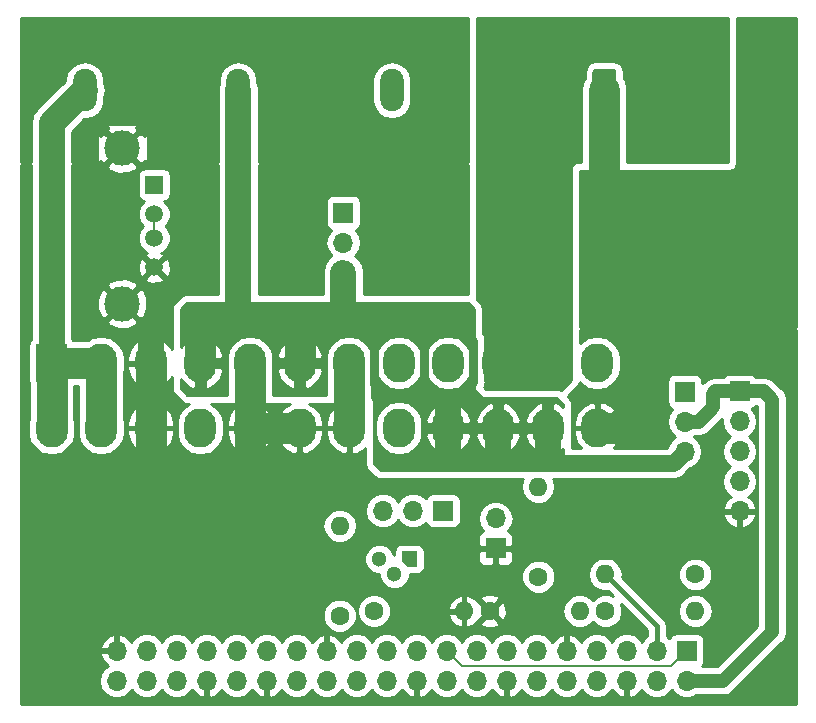
<source format=gbr>
G04 #@! TF.GenerationSoftware,KiCad,Pcbnew,(5.0.1-dev-70-gb7b125d83)*
G04 #@! TF.CreationDate,2019-03-15T19:26:30+01:00*
G04 #@! TF.ProjectId,ATX-breakout,4154582D627265616B6F75742E6B6963,rev?*
G04 #@! TF.SameCoordinates,Original*
G04 #@! TF.FileFunction,Copper,L1,Top,Signal*
G04 #@! TF.FilePolarity,Positive*
%FSLAX46Y46*%
G04 Gerber Fmt 4.6, Leading zero omitted, Abs format (unit mm)*
G04 Created by KiCad (PCBNEW (5.0.1-dev-70-gb7b125d83)) date 03/15/19 19:26:30*
%MOMM*%
%LPD*%
G01*
G04 APERTURE LIST*
G04 #@! TA.AperFunction,ComponentPad*
%ADD10O,1.600000X1.600000*%
G04 #@! TD*
G04 #@! TA.AperFunction,ComponentPad*
%ADD11C,1.600000*%
G04 #@! TD*
G04 #@! TA.AperFunction,ComponentPad*
%ADD12C,3.000000*%
G04 #@! TD*
G04 #@! TA.AperFunction,ComponentPad*
%ADD13R,1.500000X1.500000*%
G04 #@! TD*
G04 #@! TA.AperFunction,ComponentPad*
%ADD14C,1.500000*%
G04 #@! TD*
G04 #@! TA.AperFunction,Conductor*
%ADD15C,0.100000*%
G04 #@! TD*
G04 #@! TA.AperFunction,ComponentPad*
%ADD16C,2.700000*%
G04 #@! TD*
G04 #@! TA.AperFunction,ComponentPad*
%ADD17O,2.700000X3.300000*%
G04 #@! TD*
G04 #@! TA.AperFunction,ComponentPad*
%ADD18R,1.700000X1.700000*%
G04 #@! TD*
G04 #@! TA.AperFunction,ComponentPad*
%ADD19O,1.700000X1.700000*%
G04 #@! TD*
G04 #@! TA.AperFunction,ComponentPad*
%ADD20O,3.300000X2.700000*%
G04 #@! TD*
G04 #@! TA.AperFunction,ComponentPad*
%ADD21C,1.300000*%
G04 #@! TD*
G04 #@! TA.AperFunction,ComponentPad*
%ADD22C,0.760000*%
G04 #@! TD*
G04 #@! TA.AperFunction,ComponentPad*
%ADD23O,2.000000X3.600000*%
G04 #@! TD*
G04 #@! TA.AperFunction,ComponentPad*
%ADD24C,2.000000*%
G04 #@! TD*
G04 #@! TA.AperFunction,Conductor*
%ADD25C,1.200000*%
G04 #@! TD*
G04 #@! TA.AperFunction,Conductor*
%ADD26C,0.200000*%
G04 #@! TD*
G04 #@! TA.AperFunction,Conductor*
%ADD27C,0.600000*%
G04 #@! TD*
G04 #@! TA.AperFunction,Conductor*
%ADD28C,2.600000*%
G04 #@! TD*
G04 #@! TA.AperFunction,Conductor*
%ADD29C,2.200000*%
G04 #@! TD*
G04 #@! TA.AperFunction,Conductor*
%ADD30C,1.000000*%
G04 #@! TD*
G04 #@! TA.AperFunction,Conductor*
%ADD31C,1.400000*%
G04 #@! TD*
G04 #@! TA.AperFunction,Conductor*
%ADD32C,0.800000*%
G04 #@! TD*
G04 #@! TA.AperFunction,Conductor*
%ADD33C,0.400000*%
G04 #@! TD*
G04 #@! TA.AperFunction,Conductor*
%ADD34C,0.254000*%
G04 #@! TD*
G04 APERTURE END LIST*
D10*
G04 #@! TO.P,R4,2*
G04 #@! TO.N,Net-(Q1-Pad2)*
X82700000Y-84180000D03*
D11*
G04 #@! TO.P,R4,1*
G04 #@! TO.N,pson_pi*
X82700000Y-91800000D03*
G04 #@! TD*
D12*
G04 #@! TO.P,J3,5*
G04 #@! TO.N,GND*
X64290000Y-65370000D03*
X64290000Y-52230000D03*
D13*
G04 #@! TO.P,J3,1*
G04 #@! TO.N,Net-(J3-Pad1)*
X67000000Y-55300000D03*
D14*
G04 #@! TO.P,J3,2*
G04 #@! TO.N,Net-(J3-Pad2)*
X67000000Y-57800000D03*
G04 #@! TO.P,J3,3*
X67000000Y-59800000D03*
G04 #@! TO.P,J3,4*
G04 #@! TO.N,GND*
X67000000Y-62300000D03*
G04 #@! TD*
D15*
G04 #@! TO.N,+3V3*
G04 #@! TO.C,J5*
G36*
X59424503Y-68751204D02*
X59448772Y-68754804D01*
X59472570Y-68760765D01*
X59495670Y-68769030D01*
X59517849Y-68779520D01*
X59538892Y-68792133D01*
X59558598Y-68806748D01*
X59576776Y-68823224D01*
X59593252Y-68841402D01*
X59607867Y-68861108D01*
X59620480Y-68882151D01*
X59630970Y-68904330D01*
X59639235Y-68927430D01*
X59645196Y-68951228D01*
X59648796Y-68975497D01*
X59650000Y-69000001D01*
X59650000Y-71799999D01*
X59648796Y-71824503D01*
X59645196Y-71848772D01*
X59639235Y-71872570D01*
X59630970Y-71895670D01*
X59620480Y-71917849D01*
X59607867Y-71938892D01*
X59593252Y-71958598D01*
X59576776Y-71976776D01*
X59558598Y-71993252D01*
X59538892Y-72007867D01*
X59517849Y-72020480D01*
X59495670Y-72030970D01*
X59472570Y-72039235D01*
X59448772Y-72045196D01*
X59424503Y-72048796D01*
X59399999Y-72050000D01*
X57200001Y-72050000D01*
X57175497Y-72048796D01*
X57151228Y-72045196D01*
X57127430Y-72039235D01*
X57104330Y-72030970D01*
X57082151Y-72020480D01*
X57061108Y-72007867D01*
X57041402Y-71993252D01*
X57023224Y-71976776D01*
X57006748Y-71958598D01*
X56992133Y-71938892D01*
X56979520Y-71917849D01*
X56969030Y-71895670D01*
X56960765Y-71872570D01*
X56954804Y-71848772D01*
X56951204Y-71824503D01*
X56950000Y-71799999D01*
X56950000Y-69000001D01*
X56951204Y-68975497D01*
X56954804Y-68951228D01*
X56960765Y-68927430D01*
X56969030Y-68904330D01*
X56979520Y-68882151D01*
X56992133Y-68861108D01*
X57006748Y-68841402D01*
X57023224Y-68823224D01*
X57041402Y-68806748D01*
X57061108Y-68792133D01*
X57082151Y-68779520D01*
X57104330Y-68769030D01*
X57127430Y-68760765D01*
X57151228Y-68754804D01*
X57175497Y-68751204D01*
X57200001Y-68750000D01*
X59399999Y-68750000D01*
X59424503Y-68751204D01*
X59424503Y-68751204D01*
G37*
D16*
G04 #@! TD*
G04 #@! TO.P,J5,1*
G04 #@! TO.N,+3V3*
X58300000Y-70400000D03*
D17*
G04 #@! TO.P,J5,2*
G04 #@! TO.N,+3V3*
X62500000Y-70400000D03*
G04 #@! TO.P,J5,3*
G04 #@! TO.N,GND*
X66700000Y-70400000D03*
G04 #@! TO.P,J5,4*
G04 #@! TO.N,+5V*
X70900000Y-70400000D03*
G04 #@! TO.P,J5,5*
G04 #@! TO.N,GND*
X75100000Y-70400000D03*
G04 #@! TO.P,J5,6*
G04 #@! TO.N,+5V*
X79300000Y-70400000D03*
G04 #@! TO.P,J5,7*
G04 #@! TO.N,GND*
X83500000Y-70400000D03*
G04 #@! TO.P,J5,8*
G04 #@! TO.N,P_GOOD*
X87700000Y-70400000D03*
G04 #@! TO.P,J5,9*
G04 #@! TO.N,+5VP*
X91900000Y-70400000D03*
G04 #@! TO.P,J5,10*
G04 #@! TO.N,+12V*
X96100000Y-70400000D03*
G04 #@! TO.P,J5,11*
X100300000Y-70400000D03*
G04 #@! TO.P,J5,12*
G04 #@! TO.N,+3V3*
X104500000Y-70400000D03*
G04 #@! TO.P,J5,13*
X58300000Y-75900000D03*
G04 #@! TO.P,J5,14*
X62500000Y-75900000D03*
G04 #@! TO.P,J5,15*
G04 #@! TO.N,GND*
X66700000Y-75900000D03*
G04 #@! TO.P,J5,16*
G04 #@! TO.N,~PS_ON*
X70900000Y-75900000D03*
G04 #@! TO.P,J5,17*
G04 #@! TO.N,GND*
X75100000Y-75900000D03*
G04 #@! TO.P,J5,18*
X79300000Y-75900000D03*
G04 #@! TO.P,J5,19*
X83500000Y-75900000D03*
G04 #@! TO.P,J5,20*
G04 #@! TO.N,N/C*
X87700000Y-75900000D03*
G04 #@! TO.P,J5,21*
G04 #@! TO.N,+5V*
X91900000Y-75900000D03*
G04 #@! TO.P,J5,22*
X96100000Y-75900000D03*
G04 #@! TO.P,J5,23*
X100300000Y-75900000D03*
G04 #@! TO.P,J5,24*
G04 #@! TO.N,GND*
X104500000Y-75900000D03*
G04 #@! TD*
D18*
G04 #@! TO.P,J1,1*
G04 #@! TO.N,/5v_rpi*
X116550000Y-72800000D03*
D19*
G04 #@! TO.P,J1,2*
G04 #@! TO.N,/3v3_rpi*
X116550000Y-75340000D03*
G04 #@! TO.P,J1,3*
G04 #@! TO.N,/SDA*
X116550000Y-77880000D03*
G04 #@! TO.P,J1,4*
G04 #@! TO.N,/SCL*
X116550000Y-80420000D03*
G04 #@! TO.P,J1,5*
G04 #@! TO.N,GND*
X116550000Y-82960000D03*
G04 #@! TD*
D15*
G04 #@! TO.N,GND*
G04 #@! TO.C,J2*
G36*
X106374503Y-58801204D02*
X106398772Y-58804804D01*
X106422570Y-58810765D01*
X106445670Y-58819030D01*
X106467849Y-58829520D01*
X106488892Y-58842133D01*
X106508598Y-58856748D01*
X106526776Y-58873224D01*
X106543252Y-58891402D01*
X106557867Y-58911108D01*
X106570480Y-58932151D01*
X106580970Y-58954330D01*
X106589235Y-58977430D01*
X106595196Y-59001228D01*
X106598796Y-59025497D01*
X106600000Y-59050001D01*
X106600000Y-61249999D01*
X106598796Y-61274503D01*
X106595196Y-61298772D01*
X106589235Y-61322570D01*
X106580970Y-61345670D01*
X106570480Y-61367849D01*
X106557867Y-61388892D01*
X106543252Y-61408598D01*
X106526776Y-61426776D01*
X106508598Y-61443252D01*
X106488892Y-61457867D01*
X106467849Y-61470480D01*
X106445670Y-61480970D01*
X106422570Y-61489235D01*
X106398772Y-61495196D01*
X106374503Y-61498796D01*
X106349999Y-61500000D01*
X103550001Y-61500000D01*
X103525497Y-61498796D01*
X103501228Y-61495196D01*
X103477430Y-61489235D01*
X103454330Y-61480970D01*
X103432151Y-61470480D01*
X103411108Y-61457867D01*
X103391402Y-61443252D01*
X103373224Y-61426776D01*
X103356748Y-61408598D01*
X103342133Y-61388892D01*
X103329520Y-61367849D01*
X103319030Y-61345670D01*
X103310765Y-61322570D01*
X103304804Y-61298772D01*
X103301204Y-61274503D01*
X103300000Y-61249999D01*
X103300000Y-59050001D01*
X103301204Y-59025497D01*
X103304804Y-59001228D01*
X103310765Y-58977430D01*
X103319030Y-58954330D01*
X103329520Y-58932151D01*
X103342133Y-58911108D01*
X103356748Y-58891402D01*
X103373224Y-58873224D01*
X103391402Y-58856748D01*
X103411108Y-58842133D01*
X103432151Y-58829520D01*
X103454330Y-58819030D01*
X103477430Y-58810765D01*
X103501228Y-58804804D01*
X103525497Y-58801204D01*
X103550001Y-58800000D01*
X106349999Y-58800000D01*
X106374503Y-58801204D01*
X106374503Y-58801204D01*
G37*
D16*
G04 #@! TD*
G04 #@! TO.P,J2,1*
G04 #@! TO.N,GND*
X104950000Y-60150000D03*
D20*
G04 #@! TO.P,J2,2*
G04 #@! TO.N,GND*
X104950000Y-64350000D03*
G04 #@! TO.P,J2,3*
G04 #@! TO.N,+12V*
X99450000Y-60150000D03*
G04 #@! TO.P,J2,4*
X99450000Y-64350000D03*
G04 #@! TD*
D18*
G04 #@! TO.P,J4,1*
G04 #@! TO.N,/3v3_rpi*
X112074999Y-94765001D03*
D19*
G04 #@! TO.P,J4,2*
G04 #@! TO.N,/5v_rpi*
X112074999Y-97305001D03*
G04 #@! TO.P,J4,3*
G04 #@! TO.N,/SDA*
X109534999Y-94765001D03*
G04 #@! TO.P,J4,4*
G04 #@! TO.N,/5v_rpi*
X109534999Y-97305001D03*
G04 #@! TO.P,J4,5*
G04 #@! TO.N,/SCL*
X106994999Y-94765001D03*
G04 #@! TO.P,J4,6*
G04 #@! TO.N,GND*
X106994999Y-97305001D03*
G04 #@! TO.P,J4,7*
G04 #@! TO.N,N/C*
X104454999Y-94765001D03*
G04 #@! TO.P,J4,8*
X104454999Y-97305001D03*
G04 #@! TO.P,J4,9*
G04 #@! TO.N,GND*
X101914999Y-94765001D03*
G04 #@! TO.P,J4,10*
G04 #@! TO.N,N/C*
X101914999Y-97305001D03*
G04 #@! TO.P,J4,11*
G04 #@! TO.N,Net-(J4-Pad11)*
X99374999Y-94765001D03*
G04 #@! TO.P,J4,12*
G04 #@! TO.N,N/C*
X99374999Y-97305001D03*
G04 #@! TO.P,J4,13*
X96834999Y-94765001D03*
G04 #@! TO.P,J4,14*
G04 #@! TO.N,GND*
X96834999Y-97305001D03*
G04 #@! TO.P,J4,15*
G04 #@! TO.N,N/C*
X94294999Y-94765001D03*
G04 #@! TO.P,J4,16*
X94294999Y-97305001D03*
G04 #@! TO.P,J4,17*
G04 #@! TO.N,/3v3_rpi*
X91754999Y-94765001D03*
G04 #@! TO.P,J4,18*
G04 #@! TO.N,N/C*
X91754999Y-97305001D03*
G04 #@! TO.P,J4,19*
X89214999Y-94765001D03*
G04 #@! TO.P,J4,20*
G04 #@! TO.N,GND*
X89214999Y-97305001D03*
G04 #@! TO.P,J4,21*
G04 #@! TO.N,pson_pi*
X86674999Y-94765001D03*
G04 #@! TO.P,J4,22*
G04 #@! TO.N,N/C*
X86674999Y-97305001D03*
G04 #@! TO.P,J4,23*
X84134999Y-94765001D03*
G04 #@! TO.P,J4,24*
X84134999Y-97305001D03*
G04 #@! TO.P,J4,25*
G04 #@! TO.N,GND*
X81594999Y-94765001D03*
G04 #@! TO.P,J4,26*
G04 #@! TO.N,N/C*
X81594999Y-97305001D03*
G04 #@! TO.P,J4,27*
X79054999Y-94765001D03*
G04 #@! TO.P,J4,28*
X79054999Y-97305001D03*
G04 #@! TO.P,J4,29*
X76514999Y-94765001D03*
G04 #@! TO.P,J4,30*
G04 #@! TO.N,GND*
X76514999Y-97305001D03*
G04 #@! TO.P,J4,31*
G04 #@! TO.N,N/C*
X73974999Y-94765001D03*
G04 #@! TO.P,J4,32*
X73974999Y-97305001D03*
G04 #@! TO.P,J4,33*
X71434999Y-94765001D03*
G04 #@! TO.P,J4,34*
G04 #@! TO.N,GND*
X71434999Y-97305001D03*
G04 #@! TO.P,J4,35*
G04 #@! TO.N,N/C*
X68894999Y-94765001D03*
G04 #@! TO.P,J4,36*
X68894999Y-97305001D03*
G04 #@! TO.P,J4,37*
X66354999Y-94765001D03*
G04 #@! TO.P,J4,38*
X66354999Y-97305001D03*
G04 #@! TO.P,J4,39*
G04 #@! TO.N,GND*
X63814999Y-94765001D03*
G04 #@! TO.P,J4,40*
G04 #@! TO.N,N/C*
X63814999Y-97305001D03*
G04 #@! TD*
D18*
G04 #@! TO.P,J7,1*
G04 #@! TO.N,GND*
X95900000Y-86100000D03*
D19*
G04 #@! TO.P,J7,2*
G04 #@! TO.N,~ps_on_ext*
X95900000Y-83560000D03*
G04 #@! TD*
G04 #@! TO.P,JP1,3*
G04 #@! TO.N,+5V*
X111900000Y-77890000D03*
G04 #@! TO.P,JP1,2*
G04 #@! TO.N,/5v_rpi*
X111900000Y-75350000D03*
D18*
G04 #@! TO.P,JP1,1*
G04 #@! TO.N,+5VP*
X111900000Y-72810000D03*
G04 #@! TD*
D19*
G04 #@! TO.P,JP2,3*
G04 #@! TO.N,+5V*
X83000000Y-62740000D03*
G04 #@! TO.P,JP2,2*
G04 #@! TO.N,Net-(J3-Pad1)*
X83000000Y-60200000D03*
D18*
G04 #@! TO.P,JP2,1*
G04 #@! TO.N,+5VP*
X83000000Y-57660000D03*
G04 #@! TD*
D19*
G04 #@! TO.P,JP3,3*
G04 #@! TO.N,Net-(JP3-Pad3)*
X86360000Y-82900000D03*
G04 #@! TO.P,JP3,2*
G04 #@! TO.N,~PS_ON*
X88900000Y-82900000D03*
D18*
G04 #@! TO.P,JP3,1*
G04 #@! TO.N,~ps_on_ext*
X91440000Y-82900000D03*
G04 #@! TD*
D21*
G04 #@! TO.P,Q1,2*
G04 #@! TO.N,Net-(Q1-Pad2)*
X87330000Y-88270000D03*
G04 #@! TO.P,Q1,3*
G04 #@! TO.N,Net-(JP3-Pad3)*
X86060000Y-87000000D03*
D22*
G04 #@! TO.P,Q1,1*
G04 #@! TO.N,GND*
X88600000Y-87000000D03*
D15*
G04 #@! TD*
G04 #@! TO.N,GND*
G04 #@! TO.C,Q1*
G36*
X88400000Y-87650000D02*
X87950000Y-87200000D01*
X87950000Y-86350000D01*
X89250000Y-86350000D01*
X89250000Y-87650000D01*
X88400000Y-87650000D01*
X88400000Y-87650000D01*
G37*
D23*
G04 #@! TO.P,J6,2*
G04 #@! TO.N,+12V*
X100100000Y-47300000D03*
D15*
G04 #@! TD*
G04 #@! TO.N,GND*
G04 #@! TO.C,J6*
G36*
X105874504Y-45501204D02*
X105898773Y-45504804D01*
X105922571Y-45510765D01*
X105945671Y-45519030D01*
X105967849Y-45529520D01*
X105988893Y-45542133D01*
X106008598Y-45556747D01*
X106026777Y-45573223D01*
X106043253Y-45591402D01*
X106057867Y-45611107D01*
X106070480Y-45632151D01*
X106080970Y-45654329D01*
X106089235Y-45677429D01*
X106095196Y-45701227D01*
X106098796Y-45725496D01*
X106100000Y-45750000D01*
X106100000Y-48850000D01*
X106098796Y-48874504D01*
X106095196Y-48898773D01*
X106089235Y-48922571D01*
X106080970Y-48945671D01*
X106070480Y-48967849D01*
X106057867Y-48988893D01*
X106043253Y-49008598D01*
X106026777Y-49026777D01*
X106008598Y-49043253D01*
X105988893Y-49057867D01*
X105967849Y-49070480D01*
X105945671Y-49080970D01*
X105922571Y-49089235D01*
X105898773Y-49095196D01*
X105874504Y-49098796D01*
X105850000Y-49100000D01*
X104350000Y-49100000D01*
X104325496Y-49098796D01*
X104301227Y-49095196D01*
X104277429Y-49089235D01*
X104254329Y-49080970D01*
X104232151Y-49070480D01*
X104211107Y-49057867D01*
X104191402Y-49043253D01*
X104173223Y-49026777D01*
X104156747Y-49008598D01*
X104142133Y-48988893D01*
X104129520Y-48967849D01*
X104119030Y-48945671D01*
X104110765Y-48922571D01*
X104104804Y-48898773D01*
X104101204Y-48874504D01*
X104100000Y-48850000D01*
X104100000Y-45750000D01*
X104101204Y-45725496D01*
X104104804Y-45701227D01*
X104110765Y-45677429D01*
X104119030Y-45654329D01*
X104129520Y-45632151D01*
X104142133Y-45611107D01*
X104156747Y-45591402D01*
X104173223Y-45573223D01*
X104191402Y-45556747D01*
X104211107Y-45542133D01*
X104232151Y-45529520D01*
X104254329Y-45519030D01*
X104277429Y-45510765D01*
X104301227Y-45504804D01*
X104325496Y-45501204D01*
X104350000Y-45500000D01*
X105850000Y-45500000D01*
X105874504Y-45501204D01*
X105874504Y-45501204D01*
G37*
D24*
G04 #@! TO.P,J6,1*
G04 #@! TO.N,GND*
X105100000Y-47300000D03*
G04 #@! TD*
D15*
G04 #@! TO.N,GND*
G04 #@! TO.C,J8*
G36*
X79874504Y-45501204D02*
X79898773Y-45504804D01*
X79922571Y-45510765D01*
X79945671Y-45519030D01*
X79967849Y-45529520D01*
X79988893Y-45542133D01*
X80008598Y-45556747D01*
X80026777Y-45573223D01*
X80043253Y-45591402D01*
X80057867Y-45611107D01*
X80070480Y-45632151D01*
X80080970Y-45654329D01*
X80089235Y-45677429D01*
X80095196Y-45701227D01*
X80098796Y-45725496D01*
X80100000Y-45750000D01*
X80100000Y-48850000D01*
X80098796Y-48874504D01*
X80095196Y-48898773D01*
X80089235Y-48922571D01*
X80080970Y-48945671D01*
X80070480Y-48967849D01*
X80057867Y-48988893D01*
X80043253Y-49008598D01*
X80026777Y-49026777D01*
X80008598Y-49043253D01*
X79988893Y-49057867D01*
X79967849Y-49070480D01*
X79945671Y-49080970D01*
X79922571Y-49089235D01*
X79898773Y-49095196D01*
X79874504Y-49098796D01*
X79850000Y-49100000D01*
X78350000Y-49100000D01*
X78325496Y-49098796D01*
X78301227Y-49095196D01*
X78277429Y-49089235D01*
X78254329Y-49080970D01*
X78232151Y-49070480D01*
X78211107Y-49057867D01*
X78191402Y-49043253D01*
X78173223Y-49026777D01*
X78156747Y-49008598D01*
X78142133Y-48988893D01*
X78129520Y-48967849D01*
X78119030Y-48945671D01*
X78110765Y-48922571D01*
X78104804Y-48898773D01*
X78101204Y-48874504D01*
X78100000Y-48850000D01*
X78100000Y-45750000D01*
X78101204Y-45725496D01*
X78104804Y-45701227D01*
X78110765Y-45677429D01*
X78119030Y-45654329D01*
X78129520Y-45632151D01*
X78142133Y-45611107D01*
X78156747Y-45591402D01*
X78173223Y-45573223D01*
X78191402Y-45556747D01*
X78211107Y-45542133D01*
X78232151Y-45529520D01*
X78254329Y-45519030D01*
X78277429Y-45510765D01*
X78301227Y-45504804D01*
X78325496Y-45501204D01*
X78350000Y-45500000D01*
X79850000Y-45500000D01*
X79874504Y-45501204D01*
X79874504Y-45501204D01*
G37*
D24*
G04 #@! TD*
G04 #@! TO.P,J8,1*
G04 #@! TO.N,GND*
X79100000Y-47300000D03*
D23*
G04 #@! TO.P,J8,2*
G04 #@! TO.N,+5V*
X74100000Y-47300000D03*
G04 #@! TD*
G04 #@! TO.P,J9,2*
G04 #@! TO.N,+5VP*
X87100000Y-47300000D03*
D15*
G04 #@! TD*
G04 #@! TO.N,GND*
G04 #@! TO.C,J9*
G36*
X92874504Y-45501204D02*
X92898773Y-45504804D01*
X92922571Y-45510765D01*
X92945671Y-45519030D01*
X92967849Y-45529520D01*
X92988893Y-45542133D01*
X93008598Y-45556747D01*
X93026777Y-45573223D01*
X93043253Y-45591402D01*
X93057867Y-45611107D01*
X93070480Y-45632151D01*
X93080970Y-45654329D01*
X93089235Y-45677429D01*
X93095196Y-45701227D01*
X93098796Y-45725496D01*
X93100000Y-45750000D01*
X93100000Y-48850000D01*
X93098796Y-48874504D01*
X93095196Y-48898773D01*
X93089235Y-48922571D01*
X93080970Y-48945671D01*
X93070480Y-48967849D01*
X93057867Y-48988893D01*
X93043253Y-49008598D01*
X93026777Y-49026777D01*
X93008598Y-49043253D01*
X92988893Y-49057867D01*
X92967849Y-49070480D01*
X92945671Y-49080970D01*
X92922571Y-49089235D01*
X92898773Y-49095196D01*
X92874504Y-49098796D01*
X92850000Y-49100000D01*
X91350000Y-49100000D01*
X91325496Y-49098796D01*
X91301227Y-49095196D01*
X91277429Y-49089235D01*
X91254329Y-49080970D01*
X91232151Y-49070480D01*
X91211107Y-49057867D01*
X91191402Y-49043253D01*
X91173223Y-49026777D01*
X91156747Y-49008598D01*
X91142133Y-48988893D01*
X91129520Y-48967849D01*
X91119030Y-48945671D01*
X91110765Y-48922571D01*
X91104804Y-48898773D01*
X91101204Y-48874504D01*
X91100000Y-48850000D01*
X91100000Y-45750000D01*
X91101204Y-45725496D01*
X91104804Y-45701227D01*
X91110765Y-45677429D01*
X91119030Y-45654329D01*
X91129520Y-45632151D01*
X91142133Y-45611107D01*
X91156747Y-45591402D01*
X91173223Y-45573223D01*
X91191402Y-45556747D01*
X91211107Y-45542133D01*
X91232151Y-45529520D01*
X91254329Y-45519030D01*
X91277429Y-45510765D01*
X91301227Y-45504804D01*
X91325496Y-45501204D01*
X91350000Y-45500000D01*
X92850000Y-45500000D01*
X92874504Y-45501204D01*
X92874504Y-45501204D01*
G37*
D24*
G04 #@! TO.P,J9,1*
G04 #@! TO.N,GND*
X92100000Y-47300000D03*
G04 #@! TD*
D15*
G04 #@! TO.N,GND*
G04 #@! TO.C,J10*
G36*
X66874504Y-45501204D02*
X66898773Y-45504804D01*
X66922571Y-45510765D01*
X66945671Y-45519030D01*
X66967849Y-45529520D01*
X66988893Y-45542133D01*
X67008598Y-45556747D01*
X67026777Y-45573223D01*
X67043253Y-45591402D01*
X67057867Y-45611107D01*
X67070480Y-45632151D01*
X67080970Y-45654329D01*
X67089235Y-45677429D01*
X67095196Y-45701227D01*
X67098796Y-45725496D01*
X67100000Y-45750000D01*
X67100000Y-48850000D01*
X67098796Y-48874504D01*
X67095196Y-48898773D01*
X67089235Y-48922571D01*
X67080970Y-48945671D01*
X67070480Y-48967849D01*
X67057867Y-48988893D01*
X67043253Y-49008598D01*
X67026777Y-49026777D01*
X67008598Y-49043253D01*
X66988893Y-49057867D01*
X66967849Y-49070480D01*
X66945671Y-49080970D01*
X66922571Y-49089235D01*
X66898773Y-49095196D01*
X66874504Y-49098796D01*
X66850000Y-49100000D01*
X65350000Y-49100000D01*
X65325496Y-49098796D01*
X65301227Y-49095196D01*
X65277429Y-49089235D01*
X65254329Y-49080970D01*
X65232151Y-49070480D01*
X65211107Y-49057867D01*
X65191402Y-49043253D01*
X65173223Y-49026777D01*
X65156747Y-49008598D01*
X65142133Y-48988893D01*
X65129520Y-48967849D01*
X65119030Y-48945671D01*
X65110765Y-48922571D01*
X65104804Y-48898773D01*
X65101204Y-48874504D01*
X65100000Y-48850000D01*
X65100000Y-45750000D01*
X65101204Y-45725496D01*
X65104804Y-45701227D01*
X65110765Y-45677429D01*
X65119030Y-45654329D01*
X65129520Y-45632151D01*
X65142133Y-45611107D01*
X65156747Y-45591402D01*
X65173223Y-45573223D01*
X65191402Y-45556747D01*
X65211107Y-45542133D01*
X65232151Y-45529520D01*
X65254329Y-45519030D01*
X65277429Y-45510765D01*
X65301227Y-45504804D01*
X65325496Y-45501204D01*
X65350000Y-45500000D01*
X66850000Y-45500000D01*
X66874504Y-45501204D01*
X66874504Y-45501204D01*
G37*
D24*
G04 #@! TD*
G04 #@! TO.P,J10,1*
G04 #@! TO.N,GND*
X66100000Y-47300000D03*
D23*
G04 #@! TO.P,J10,2*
G04 #@! TO.N,+3V3*
X61100000Y-47300000D03*
G04 #@! TD*
D15*
G04 #@! TO.N,GND*
G04 #@! TO.C,J11*
G36*
X118874504Y-45501204D02*
X118898773Y-45504804D01*
X118922571Y-45510765D01*
X118945671Y-45519030D01*
X118967849Y-45529520D01*
X118988893Y-45542133D01*
X119008598Y-45556747D01*
X119026777Y-45573223D01*
X119043253Y-45591402D01*
X119057867Y-45611107D01*
X119070480Y-45632151D01*
X119080970Y-45654329D01*
X119089235Y-45677429D01*
X119095196Y-45701227D01*
X119098796Y-45725496D01*
X119100000Y-45750000D01*
X119100000Y-48850000D01*
X119098796Y-48874504D01*
X119095196Y-48898773D01*
X119089235Y-48922571D01*
X119080970Y-48945671D01*
X119070480Y-48967849D01*
X119057867Y-48988893D01*
X119043253Y-49008598D01*
X119026777Y-49026777D01*
X119008598Y-49043253D01*
X118988893Y-49057867D01*
X118967849Y-49070480D01*
X118945671Y-49080970D01*
X118922571Y-49089235D01*
X118898773Y-49095196D01*
X118874504Y-49098796D01*
X118850000Y-49100000D01*
X117350000Y-49100000D01*
X117325496Y-49098796D01*
X117301227Y-49095196D01*
X117277429Y-49089235D01*
X117254329Y-49080970D01*
X117232151Y-49070480D01*
X117211107Y-49057867D01*
X117191402Y-49043253D01*
X117173223Y-49026777D01*
X117156747Y-49008598D01*
X117142133Y-48988893D01*
X117129520Y-48967849D01*
X117119030Y-48945671D01*
X117110765Y-48922571D01*
X117104804Y-48898773D01*
X117101204Y-48874504D01*
X117100000Y-48850000D01*
X117100000Y-45750000D01*
X117101204Y-45725496D01*
X117104804Y-45701227D01*
X117110765Y-45677429D01*
X117119030Y-45654329D01*
X117129520Y-45632151D01*
X117142133Y-45611107D01*
X117156747Y-45591402D01*
X117173223Y-45573223D01*
X117191402Y-45556747D01*
X117211107Y-45542133D01*
X117232151Y-45529520D01*
X117254329Y-45519030D01*
X117277429Y-45510765D01*
X117301227Y-45504804D01*
X117325496Y-45501204D01*
X117350000Y-45500000D01*
X118850000Y-45500000D01*
X118874504Y-45501204D01*
X118874504Y-45501204D01*
G37*
D24*
G04 #@! TD*
G04 #@! TO.P,J11,1*
G04 #@! TO.N,GND*
X118100000Y-47300000D03*
D23*
G04 #@! TO.P,J11,2*
G04 #@! TO.N,+12V*
X113100000Y-47300000D03*
G04 #@! TD*
D11*
G04 #@! TO.P,R1,1*
G04 #@! TO.N,Net-(J4-Pad11)*
X99500000Y-88500000D03*
D10*
G04 #@! TO.P,R1,2*
G04 #@! TO.N,P_GOOD*
X99500000Y-80880000D03*
G04 #@! TD*
G04 #@! TO.P,R2,2*
G04 #@! TO.N,Net-(J4-Pad11)*
X103020000Y-91400000D03*
D11*
G04 #@! TO.P,R2,1*
G04 #@! TO.N,GND*
X95400000Y-91400000D03*
G04 #@! TD*
G04 #@! TO.P,R3,1*
G04 #@! TO.N,Net-(Q1-Pad2)*
X85600000Y-91400000D03*
D10*
G04 #@! TO.P,R3,2*
G04 #@! TO.N,GND*
X93220000Y-91400000D03*
G04 #@! TD*
D11*
G04 #@! TO.P,R5,1*
G04 #@! TO.N,/SCL*
X105180000Y-91400000D03*
D10*
G04 #@! TO.P,R5,2*
G04 #@! TO.N,/3v3_rpi*
X112800000Y-91400000D03*
G04 #@! TD*
G04 #@! TO.P,R6,2*
G04 #@! TO.N,/SDA*
X105180000Y-88300000D03*
D11*
G04 #@! TO.P,R6,1*
G04 #@! TO.N,/3v3_rpi*
X112800000Y-88300000D03*
G04 #@! TD*
D25*
G04 #@! TO.N,/5v_rpi*
X118600000Y-72800000D02*
X116550000Y-72800000D01*
X119300000Y-73500000D02*
X118600000Y-72800000D01*
X119300000Y-93150000D02*
X119300000Y-73500000D01*
X115144999Y-97305001D02*
X119300000Y-93150000D01*
X112074999Y-97305001D02*
X115144999Y-97305001D01*
X113102081Y-75350000D02*
X114300000Y-74152081D01*
X111900000Y-75350000D02*
X113102081Y-75350000D01*
X114500000Y-72800000D02*
X116550000Y-72800000D01*
X114300000Y-73000000D02*
X114500000Y-72800000D01*
X114300000Y-74152081D02*
X114300000Y-73000000D01*
D26*
G04 #@! TO.N,/3v3_rpi*
X91754999Y-94765001D02*
X93039998Y-96050000D01*
X93039998Y-96050000D02*
X110750000Y-96050000D01*
X112000000Y-94800000D02*
X112050000Y-94800000D01*
X110750000Y-96050000D02*
X112000000Y-94800000D01*
D27*
G04 #@! TO.N,GND*
X62400000Y-50500000D02*
X62300000Y-50400000D01*
X66100000Y-50500000D02*
X66300000Y-50300000D01*
X66400000Y-53500000D02*
X66400000Y-53600000D01*
X61900000Y-54000000D02*
X62200000Y-53700000D01*
D28*
X66700000Y-75900000D02*
X66700000Y-70400000D01*
X75100000Y-75900000D02*
X75100000Y-70400000D01*
X75100000Y-75900000D02*
X79300000Y-75900000D01*
X83500000Y-75900000D02*
X83500000Y-70400000D01*
X104500000Y-75900000D02*
X106200000Y-75900000D01*
X106200000Y-75900000D02*
X108350000Y-73750000D01*
X108350000Y-67450000D02*
X108350000Y-73750000D01*
X105250000Y-64350000D02*
X108350000Y-67450000D01*
X104950000Y-64350000D02*
X105250000Y-64350000D01*
X104950000Y-64350000D02*
X104950000Y-60150000D01*
X66700000Y-75900000D02*
X66700000Y-77950000D01*
X66700000Y-77950000D02*
X68700000Y-79950000D01*
X75100000Y-75900000D02*
X75100000Y-77950000D01*
X75100000Y-77950000D02*
X73100000Y-79950000D01*
X73100000Y-79950000D02*
X68700000Y-79950000D01*
X105100000Y-51000000D02*
X105100000Y-56900000D01*
X105100000Y-51000000D02*
X105100000Y-47300000D01*
D29*
X66700000Y-70400000D02*
X66700000Y-67900000D01*
D28*
G04 #@! TO.N,+12V*
X99450000Y-60150000D02*
X99450000Y-64350000D01*
D30*
X96550000Y-64350000D02*
X99450000Y-64350000D01*
X96100000Y-70400000D02*
X96100000Y-64800000D01*
X96100000Y-64800000D02*
X96550000Y-64350000D01*
X99450000Y-66900000D02*
X99450000Y-64350000D01*
X100300000Y-70400000D02*
X100300000Y-67750000D01*
X100300000Y-67750000D02*
X99450000Y-66900000D01*
D28*
X96100000Y-70400000D02*
X100300000Y-70400000D01*
G04 #@! TO.N,+3V3*
X58300000Y-75900000D02*
X58300000Y-70400000D01*
X62500000Y-75900000D02*
X62500000Y-70400000D01*
D29*
X61100000Y-70300000D02*
X61200000Y-70400000D01*
D28*
X58300000Y-70400000D02*
X61200000Y-70400000D01*
X61200000Y-70400000D02*
X62500000Y-70400000D01*
D29*
X58300000Y-50100000D02*
X61100000Y-47300000D01*
X58300000Y-70400000D02*
X58300000Y-50100000D01*
D28*
G04 #@! TO.N,+5V*
X70900000Y-70400000D02*
X70900000Y-67400000D01*
X70900000Y-67400000D02*
X71700000Y-66600000D01*
X79300000Y-67600000D02*
X79300000Y-70400000D01*
X78300000Y-66600000D02*
X79300000Y-67600000D01*
X71700000Y-66600000D02*
X74100000Y-66600000D01*
X74100000Y-66600000D02*
X78300000Y-66600000D01*
D29*
X83000000Y-62740000D02*
X83000000Y-63942081D01*
X83000000Y-63442081D02*
X83000000Y-66500000D01*
X74100000Y-51000000D02*
X74100000Y-47300000D01*
X74100000Y-66600000D02*
X74100000Y-51000000D01*
D25*
X110890000Y-78900000D02*
X110380000Y-78900000D01*
D31*
X110890000Y-78900000D02*
X111900000Y-77890000D01*
X110890000Y-78900000D02*
X109600000Y-78900000D01*
X99479998Y-78900000D02*
X109600000Y-78900000D01*
X109600000Y-78900000D02*
X110380000Y-78900000D01*
D29*
X91900000Y-75900000D02*
X91900000Y-78200000D01*
X96100000Y-75900000D02*
X96100000Y-78300000D01*
X100300000Y-75900000D02*
X100300000Y-78100000D01*
X91900000Y-75900000D02*
X91900000Y-74000000D01*
D32*
X91900000Y-74000000D02*
X91100000Y-74000000D01*
X91100000Y-74000000D02*
X89800000Y-72700000D01*
X89800000Y-72700000D02*
X89800000Y-67900000D01*
X91900000Y-74000000D02*
X91100000Y-73200000D01*
X91100000Y-73200000D02*
X86600000Y-73200000D01*
X86600000Y-73200000D02*
X85600000Y-72200000D01*
X85600000Y-72200000D02*
X85600000Y-67900000D01*
X91900000Y-74000000D02*
X92000000Y-74000000D01*
X92000000Y-74000000D02*
X94000000Y-72000000D01*
X94000000Y-72000000D02*
X94000000Y-68500000D01*
D26*
G04 #@! TO.N,Net-(J3-Pad2)*
X67000000Y-57800000D02*
X67000000Y-59800000D01*
D33*
G04 #@! TO.N,/SDA*
X109534999Y-92654999D02*
X105180000Y-88300000D01*
X109534999Y-94765001D02*
X109534999Y-92654999D01*
G04 #@! TD*
D34*
G04 #@! TO.N,+5V*
G36*
X94073000Y-65852606D02*
X94073000Y-72600000D01*
X94082667Y-72648601D01*
X94110197Y-72689803D01*
X94710197Y-73289803D01*
X94751399Y-73317333D01*
X94800000Y-73327000D01*
X101047394Y-73327000D01*
X101573000Y-73852606D01*
X101573000Y-74126897D01*
X101403660Y-73956748D01*
X100973399Y-73732713D01*
X100673000Y-73812247D01*
X100673000Y-75527000D01*
X100693000Y-75527000D01*
X100693000Y-76273000D01*
X100673000Y-76273000D01*
X100673000Y-77987753D01*
X100973399Y-78067287D01*
X101403660Y-77843252D01*
X101573000Y-77673103D01*
X101573000Y-78947394D01*
X101047394Y-79473000D01*
X99782098Y-79473000D01*
X99641333Y-79445000D01*
X99358667Y-79445000D01*
X99217902Y-79473000D01*
X86152606Y-79473000D01*
X85627000Y-78947394D01*
X85627000Y-75404498D01*
X85715000Y-75404498D01*
X85715000Y-76395503D01*
X85830171Y-76974508D01*
X86268896Y-77631105D01*
X86925493Y-78069829D01*
X87700000Y-78223888D01*
X88474508Y-78069829D01*
X89131105Y-77631105D01*
X89569829Y-76974508D01*
X89647992Y-76581550D01*
X89957640Y-76581550D01*
X90251506Y-77295815D01*
X90796340Y-77843252D01*
X91226601Y-78067287D01*
X91527000Y-77987753D01*
X91527000Y-76273000D01*
X92273000Y-76273000D01*
X92273000Y-77987753D01*
X92573399Y-78067287D01*
X93003660Y-77843252D01*
X93548494Y-77295815D01*
X93842360Y-76581550D01*
X94157640Y-76581550D01*
X94451506Y-77295815D01*
X94996340Y-77843252D01*
X95426601Y-78067287D01*
X95727000Y-77987753D01*
X95727000Y-76273000D01*
X96473000Y-76273000D01*
X96473000Y-77987753D01*
X96773399Y-78067287D01*
X97203660Y-77843252D01*
X97748494Y-77295815D01*
X98042360Y-76581550D01*
X98357640Y-76581550D01*
X98651506Y-77295815D01*
X99196340Y-77843252D01*
X99626601Y-78067287D01*
X99927000Y-77987753D01*
X99927000Y-76273000D01*
X98480616Y-76273000D01*
X98357640Y-76581550D01*
X98042360Y-76581550D01*
X97919384Y-76273000D01*
X96473000Y-76273000D01*
X95727000Y-76273000D01*
X94280616Y-76273000D01*
X94157640Y-76581550D01*
X93842360Y-76581550D01*
X93719384Y-76273000D01*
X92273000Y-76273000D01*
X91527000Y-76273000D01*
X90080616Y-76273000D01*
X89957640Y-76581550D01*
X89647992Y-76581550D01*
X89685000Y-76395502D01*
X89685000Y-75404497D01*
X89647994Y-75218450D01*
X89957640Y-75218450D01*
X90080616Y-75527000D01*
X91527000Y-75527000D01*
X91527000Y-73812247D01*
X92273000Y-73812247D01*
X92273000Y-75527000D01*
X93719384Y-75527000D01*
X93842360Y-75218450D01*
X94157640Y-75218450D01*
X94280616Y-75527000D01*
X95727000Y-75527000D01*
X95727000Y-73812247D01*
X96473000Y-73812247D01*
X96473000Y-75527000D01*
X97919384Y-75527000D01*
X98042360Y-75218450D01*
X98357640Y-75218450D01*
X98480616Y-75527000D01*
X99927000Y-75527000D01*
X99927000Y-73812247D01*
X99626601Y-73732713D01*
X99196340Y-73956748D01*
X98651506Y-74504185D01*
X98357640Y-75218450D01*
X98042360Y-75218450D01*
X97748494Y-74504185D01*
X97203660Y-73956748D01*
X96773399Y-73732713D01*
X96473000Y-73812247D01*
X95727000Y-73812247D01*
X95426601Y-73732713D01*
X94996340Y-73956748D01*
X94451506Y-74504185D01*
X94157640Y-75218450D01*
X93842360Y-75218450D01*
X93548494Y-74504185D01*
X93003660Y-73956748D01*
X92573399Y-73732713D01*
X92273000Y-73812247D01*
X91527000Y-73812247D01*
X91226601Y-73732713D01*
X90796340Y-73956748D01*
X90251506Y-74504185D01*
X89957640Y-75218450D01*
X89647994Y-75218450D01*
X89569829Y-74825492D01*
X89131105Y-74168895D01*
X88474507Y-73730171D01*
X87700000Y-73576112D01*
X86925492Y-73730171D01*
X86268895Y-74168895D01*
X85830171Y-74825493D01*
X85715000Y-75404498D01*
X85627000Y-75404498D01*
X85627000Y-73600000D01*
X85617333Y-73551399D01*
X85589803Y-73510197D01*
X85435000Y-73355394D01*
X85435000Y-71146870D01*
X85485000Y-70895502D01*
X85485000Y-69904498D01*
X85715000Y-69904498D01*
X85715000Y-70895503D01*
X85830171Y-71474508D01*
X86268896Y-72131105D01*
X86925493Y-72569829D01*
X87700000Y-72723888D01*
X88474508Y-72569829D01*
X89131105Y-72131105D01*
X89569829Y-71474508D01*
X89685000Y-70895502D01*
X89685000Y-69904498D01*
X89915000Y-69904498D01*
X89915000Y-70895503D01*
X90030171Y-71474508D01*
X90468896Y-72131105D01*
X91125493Y-72569829D01*
X91900000Y-72723888D01*
X92674508Y-72569829D01*
X93331105Y-72131105D01*
X93769829Y-71474508D01*
X93885000Y-70895502D01*
X93885000Y-69904497D01*
X93769829Y-69325492D01*
X93331105Y-68668895D01*
X92674507Y-68230171D01*
X91900000Y-68076112D01*
X91125492Y-68230171D01*
X90468895Y-68668895D01*
X90030171Y-69325493D01*
X89915000Y-69904498D01*
X89685000Y-69904498D01*
X89685000Y-69904497D01*
X89569829Y-69325492D01*
X89131105Y-68668895D01*
X88474507Y-68230171D01*
X87700000Y-68076112D01*
X86925492Y-68230171D01*
X86268895Y-68668895D01*
X85830171Y-69325493D01*
X85715000Y-69904498D01*
X85485000Y-69904498D01*
X85485000Y-69904497D01*
X85369829Y-69325492D01*
X84931105Y-68668895D01*
X84274507Y-68230171D01*
X83500000Y-68076112D01*
X82725492Y-68230171D01*
X82068895Y-68668895D01*
X81630171Y-69325493D01*
X81515000Y-69904498D01*
X81515000Y-70895503D01*
X81565001Y-71146875D01*
X81565001Y-73073000D01*
X77035000Y-73073000D01*
X77035000Y-71146870D01*
X77047992Y-71081550D01*
X77357640Y-71081550D01*
X77651506Y-71795815D01*
X78196340Y-72343252D01*
X78626601Y-72567287D01*
X78927000Y-72487753D01*
X78927000Y-70773000D01*
X79673000Y-70773000D01*
X79673000Y-72487753D01*
X79973399Y-72567287D01*
X80403660Y-72343252D01*
X80948494Y-71795815D01*
X81242360Y-71081550D01*
X81119384Y-70773000D01*
X79673000Y-70773000D01*
X78927000Y-70773000D01*
X77480616Y-70773000D01*
X77357640Y-71081550D01*
X77047992Y-71081550D01*
X77085000Y-70895502D01*
X77085000Y-69904497D01*
X77047994Y-69718450D01*
X77357640Y-69718450D01*
X77480616Y-70027000D01*
X78927000Y-70027000D01*
X78927000Y-68312247D01*
X79673000Y-68312247D01*
X79673000Y-70027000D01*
X81119384Y-70027000D01*
X81242360Y-69718450D01*
X80948494Y-69004185D01*
X80403660Y-68456748D01*
X79973399Y-68232713D01*
X79673000Y-68312247D01*
X78927000Y-68312247D01*
X78626601Y-68232713D01*
X78196340Y-68456748D01*
X77651506Y-69004185D01*
X77357640Y-69718450D01*
X77047994Y-69718450D01*
X76969829Y-69325492D01*
X76531105Y-68668895D01*
X75874507Y-68230171D01*
X75100000Y-68076112D01*
X74325492Y-68230171D01*
X73668895Y-68668895D01*
X73230171Y-69325493D01*
X73115000Y-69904498D01*
X73115000Y-70895503D01*
X73165001Y-71146875D01*
X73165001Y-73073000D01*
X69752606Y-73073000D01*
X69227000Y-72547394D01*
X69227000Y-71736251D01*
X69251506Y-71795815D01*
X69796340Y-72343252D01*
X70226601Y-72567287D01*
X70527000Y-72487753D01*
X70527000Y-70773000D01*
X71273000Y-70773000D01*
X71273000Y-72487753D01*
X71573399Y-72567287D01*
X72003660Y-72343252D01*
X72548494Y-71795815D01*
X72842360Y-71081550D01*
X72719384Y-70773000D01*
X71273000Y-70773000D01*
X70527000Y-70773000D01*
X70507000Y-70773000D01*
X70507000Y-70027000D01*
X70527000Y-70027000D01*
X70527000Y-68312247D01*
X71273000Y-68312247D01*
X71273000Y-70027000D01*
X72719384Y-70027000D01*
X72842360Y-69718450D01*
X72548494Y-69004185D01*
X72003660Y-68456748D01*
X71573399Y-68232713D01*
X71273000Y-68312247D01*
X70527000Y-68312247D01*
X70226601Y-68232713D01*
X69796340Y-68456748D01*
X69251506Y-69004185D01*
X69227000Y-69063749D01*
X69227000Y-65852606D01*
X69752606Y-65327000D01*
X93547394Y-65327000D01*
X94073000Y-65852606D01*
X94073000Y-65852606D01*
G37*
X94073000Y-65852606D02*
X94073000Y-72600000D01*
X94082667Y-72648601D01*
X94110197Y-72689803D01*
X94710197Y-73289803D01*
X94751399Y-73317333D01*
X94800000Y-73327000D01*
X101047394Y-73327000D01*
X101573000Y-73852606D01*
X101573000Y-74126897D01*
X101403660Y-73956748D01*
X100973399Y-73732713D01*
X100673000Y-73812247D01*
X100673000Y-75527000D01*
X100693000Y-75527000D01*
X100693000Y-76273000D01*
X100673000Y-76273000D01*
X100673000Y-77987753D01*
X100973399Y-78067287D01*
X101403660Y-77843252D01*
X101573000Y-77673103D01*
X101573000Y-78947394D01*
X101047394Y-79473000D01*
X99782098Y-79473000D01*
X99641333Y-79445000D01*
X99358667Y-79445000D01*
X99217902Y-79473000D01*
X86152606Y-79473000D01*
X85627000Y-78947394D01*
X85627000Y-75404498D01*
X85715000Y-75404498D01*
X85715000Y-76395503D01*
X85830171Y-76974508D01*
X86268896Y-77631105D01*
X86925493Y-78069829D01*
X87700000Y-78223888D01*
X88474508Y-78069829D01*
X89131105Y-77631105D01*
X89569829Y-76974508D01*
X89647992Y-76581550D01*
X89957640Y-76581550D01*
X90251506Y-77295815D01*
X90796340Y-77843252D01*
X91226601Y-78067287D01*
X91527000Y-77987753D01*
X91527000Y-76273000D01*
X92273000Y-76273000D01*
X92273000Y-77987753D01*
X92573399Y-78067287D01*
X93003660Y-77843252D01*
X93548494Y-77295815D01*
X93842360Y-76581550D01*
X94157640Y-76581550D01*
X94451506Y-77295815D01*
X94996340Y-77843252D01*
X95426601Y-78067287D01*
X95727000Y-77987753D01*
X95727000Y-76273000D01*
X96473000Y-76273000D01*
X96473000Y-77987753D01*
X96773399Y-78067287D01*
X97203660Y-77843252D01*
X97748494Y-77295815D01*
X98042360Y-76581550D01*
X98357640Y-76581550D01*
X98651506Y-77295815D01*
X99196340Y-77843252D01*
X99626601Y-78067287D01*
X99927000Y-77987753D01*
X99927000Y-76273000D01*
X98480616Y-76273000D01*
X98357640Y-76581550D01*
X98042360Y-76581550D01*
X97919384Y-76273000D01*
X96473000Y-76273000D01*
X95727000Y-76273000D01*
X94280616Y-76273000D01*
X94157640Y-76581550D01*
X93842360Y-76581550D01*
X93719384Y-76273000D01*
X92273000Y-76273000D01*
X91527000Y-76273000D01*
X90080616Y-76273000D01*
X89957640Y-76581550D01*
X89647992Y-76581550D01*
X89685000Y-76395502D01*
X89685000Y-75404497D01*
X89647994Y-75218450D01*
X89957640Y-75218450D01*
X90080616Y-75527000D01*
X91527000Y-75527000D01*
X91527000Y-73812247D01*
X92273000Y-73812247D01*
X92273000Y-75527000D01*
X93719384Y-75527000D01*
X93842360Y-75218450D01*
X94157640Y-75218450D01*
X94280616Y-75527000D01*
X95727000Y-75527000D01*
X95727000Y-73812247D01*
X96473000Y-73812247D01*
X96473000Y-75527000D01*
X97919384Y-75527000D01*
X98042360Y-75218450D01*
X98357640Y-75218450D01*
X98480616Y-75527000D01*
X99927000Y-75527000D01*
X99927000Y-73812247D01*
X99626601Y-73732713D01*
X99196340Y-73956748D01*
X98651506Y-74504185D01*
X98357640Y-75218450D01*
X98042360Y-75218450D01*
X97748494Y-74504185D01*
X97203660Y-73956748D01*
X96773399Y-73732713D01*
X96473000Y-73812247D01*
X95727000Y-73812247D01*
X95426601Y-73732713D01*
X94996340Y-73956748D01*
X94451506Y-74504185D01*
X94157640Y-75218450D01*
X93842360Y-75218450D01*
X93548494Y-74504185D01*
X93003660Y-73956748D01*
X92573399Y-73732713D01*
X92273000Y-73812247D01*
X91527000Y-73812247D01*
X91226601Y-73732713D01*
X90796340Y-73956748D01*
X90251506Y-74504185D01*
X89957640Y-75218450D01*
X89647994Y-75218450D01*
X89569829Y-74825492D01*
X89131105Y-74168895D01*
X88474507Y-73730171D01*
X87700000Y-73576112D01*
X86925492Y-73730171D01*
X86268895Y-74168895D01*
X85830171Y-74825493D01*
X85715000Y-75404498D01*
X85627000Y-75404498D01*
X85627000Y-73600000D01*
X85617333Y-73551399D01*
X85589803Y-73510197D01*
X85435000Y-73355394D01*
X85435000Y-71146870D01*
X85485000Y-70895502D01*
X85485000Y-69904498D01*
X85715000Y-69904498D01*
X85715000Y-70895503D01*
X85830171Y-71474508D01*
X86268896Y-72131105D01*
X86925493Y-72569829D01*
X87700000Y-72723888D01*
X88474508Y-72569829D01*
X89131105Y-72131105D01*
X89569829Y-71474508D01*
X89685000Y-70895502D01*
X89685000Y-69904498D01*
X89915000Y-69904498D01*
X89915000Y-70895503D01*
X90030171Y-71474508D01*
X90468896Y-72131105D01*
X91125493Y-72569829D01*
X91900000Y-72723888D01*
X92674508Y-72569829D01*
X93331105Y-72131105D01*
X93769829Y-71474508D01*
X93885000Y-70895502D01*
X93885000Y-69904497D01*
X93769829Y-69325492D01*
X93331105Y-68668895D01*
X92674507Y-68230171D01*
X91900000Y-68076112D01*
X91125492Y-68230171D01*
X90468895Y-68668895D01*
X90030171Y-69325493D01*
X89915000Y-69904498D01*
X89685000Y-69904498D01*
X89685000Y-69904497D01*
X89569829Y-69325492D01*
X89131105Y-68668895D01*
X88474507Y-68230171D01*
X87700000Y-68076112D01*
X86925492Y-68230171D01*
X86268895Y-68668895D01*
X85830171Y-69325493D01*
X85715000Y-69904498D01*
X85485000Y-69904498D01*
X85485000Y-69904497D01*
X85369829Y-69325492D01*
X84931105Y-68668895D01*
X84274507Y-68230171D01*
X83500000Y-68076112D01*
X82725492Y-68230171D01*
X82068895Y-68668895D01*
X81630171Y-69325493D01*
X81515000Y-69904498D01*
X81515000Y-70895503D01*
X81565001Y-71146875D01*
X81565001Y-73073000D01*
X77035000Y-73073000D01*
X77035000Y-71146870D01*
X77047992Y-71081550D01*
X77357640Y-71081550D01*
X77651506Y-71795815D01*
X78196340Y-72343252D01*
X78626601Y-72567287D01*
X78927000Y-72487753D01*
X78927000Y-70773000D01*
X79673000Y-70773000D01*
X79673000Y-72487753D01*
X79973399Y-72567287D01*
X80403660Y-72343252D01*
X80948494Y-71795815D01*
X81242360Y-71081550D01*
X81119384Y-70773000D01*
X79673000Y-70773000D01*
X78927000Y-70773000D01*
X77480616Y-70773000D01*
X77357640Y-71081550D01*
X77047992Y-71081550D01*
X77085000Y-70895502D01*
X77085000Y-69904497D01*
X77047994Y-69718450D01*
X77357640Y-69718450D01*
X77480616Y-70027000D01*
X78927000Y-70027000D01*
X78927000Y-68312247D01*
X79673000Y-68312247D01*
X79673000Y-70027000D01*
X81119384Y-70027000D01*
X81242360Y-69718450D01*
X80948494Y-69004185D01*
X80403660Y-68456748D01*
X79973399Y-68232713D01*
X79673000Y-68312247D01*
X78927000Y-68312247D01*
X78626601Y-68232713D01*
X78196340Y-68456748D01*
X77651506Y-69004185D01*
X77357640Y-69718450D01*
X77047994Y-69718450D01*
X76969829Y-69325492D01*
X76531105Y-68668895D01*
X75874507Y-68230171D01*
X75100000Y-68076112D01*
X74325492Y-68230171D01*
X73668895Y-68668895D01*
X73230171Y-69325493D01*
X73115000Y-69904498D01*
X73115000Y-70895503D01*
X73165001Y-71146875D01*
X73165001Y-73073000D01*
X69752606Y-73073000D01*
X69227000Y-72547394D01*
X69227000Y-71736251D01*
X69251506Y-71795815D01*
X69796340Y-72343252D01*
X70226601Y-72567287D01*
X70527000Y-72487753D01*
X70527000Y-70773000D01*
X71273000Y-70773000D01*
X71273000Y-72487753D01*
X71573399Y-72567287D01*
X72003660Y-72343252D01*
X72548494Y-71795815D01*
X72842360Y-71081550D01*
X72719384Y-70773000D01*
X71273000Y-70773000D01*
X70527000Y-70773000D01*
X70507000Y-70773000D01*
X70507000Y-70027000D01*
X70527000Y-70027000D01*
X70527000Y-68312247D01*
X71273000Y-68312247D01*
X71273000Y-70027000D01*
X72719384Y-70027000D01*
X72842360Y-69718450D01*
X72548494Y-69004185D01*
X72003660Y-68456748D01*
X71573399Y-68232713D01*
X71273000Y-68312247D01*
X70527000Y-68312247D01*
X70226601Y-68232713D01*
X69796340Y-68456748D01*
X69251506Y-69004185D01*
X69227000Y-69063749D01*
X69227000Y-65852606D01*
X69752606Y-65327000D01*
X93547394Y-65327000D01*
X94073000Y-65852606D01*
G04 #@! TO.N,+12V*
G36*
X115573000Y-53373000D02*
X107035000Y-53373000D01*
X107035000Y-47109424D01*
X106922729Y-46545001D01*
X106747440Y-46282662D01*
X106747440Y-45750000D01*
X106679126Y-45406565D01*
X106484586Y-45115414D01*
X106193435Y-44920874D01*
X105850000Y-44852560D01*
X104350000Y-44852560D01*
X104006565Y-44920874D01*
X103715414Y-45115414D01*
X103520874Y-45406565D01*
X103452560Y-45750000D01*
X103452560Y-46282663D01*
X103277272Y-46545001D01*
X103165001Y-47109424D01*
X103165000Y-50809424D01*
X103165000Y-53373000D01*
X102700000Y-53373000D01*
X102651399Y-53382667D01*
X102610197Y-53410197D01*
X102310197Y-53710197D01*
X102282667Y-53751399D01*
X102273000Y-53800000D01*
X102273000Y-71847394D01*
X101441347Y-72679047D01*
X101343004Y-72613336D01*
X101100000Y-72565000D01*
X95063026Y-72565000D01*
X94945674Y-72447648D01*
X94974948Y-72403837D01*
X95035000Y-72101935D01*
X95035000Y-72101934D01*
X95055276Y-72000001D01*
X95035000Y-71898066D01*
X95035000Y-68398065D01*
X94974948Y-68096163D01*
X94835000Y-67886716D01*
X94835000Y-65800000D01*
X94786664Y-65556996D01*
X94649013Y-65350987D01*
X94327000Y-65028974D01*
X94327000Y-41210000D01*
X115573000Y-41210000D01*
X115573000Y-53373000D01*
X115573000Y-53373000D01*
G37*
X115573000Y-53373000D02*
X107035000Y-53373000D01*
X107035000Y-47109424D01*
X106922729Y-46545001D01*
X106747440Y-46282662D01*
X106747440Y-45750000D01*
X106679126Y-45406565D01*
X106484586Y-45115414D01*
X106193435Y-44920874D01*
X105850000Y-44852560D01*
X104350000Y-44852560D01*
X104006565Y-44920874D01*
X103715414Y-45115414D01*
X103520874Y-45406565D01*
X103452560Y-45750000D01*
X103452560Y-46282663D01*
X103277272Y-46545001D01*
X103165001Y-47109424D01*
X103165000Y-50809424D01*
X103165000Y-53373000D01*
X102700000Y-53373000D01*
X102651399Y-53382667D01*
X102610197Y-53410197D01*
X102310197Y-53710197D01*
X102282667Y-53751399D01*
X102273000Y-53800000D01*
X102273000Y-71847394D01*
X101441347Y-72679047D01*
X101343004Y-72613336D01*
X101100000Y-72565000D01*
X95063026Y-72565000D01*
X94945674Y-72447648D01*
X94974948Y-72403837D01*
X95035000Y-72101935D01*
X95035000Y-72101934D01*
X95055276Y-72000001D01*
X95035000Y-71898066D01*
X95035000Y-68398065D01*
X94974948Y-68096163D01*
X94835000Y-67886716D01*
X94835000Y-65800000D01*
X94786664Y-65556996D01*
X94649013Y-65350987D01*
X94327000Y-65028974D01*
X94327000Y-41210000D01*
X115573000Y-41210000D01*
X115573000Y-53373000D01*
G04 #@! TO.N,GND*
G36*
X62956993Y-50723044D02*
X64290000Y-52056052D01*
X65623007Y-50723044D01*
X65473723Y-50427000D01*
X66173000Y-50427000D01*
X66173000Y-51199373D01*
X66113964Y-51056848D01*
X65796956Y-50896993D01*
X64463948Y-52230000D01*
X65796956Y-53563007D01*
X66113964Y-53403152D01*
X66173000Y-53253270D01*
X66173000Y-53500000D01*
X66182667Y-53548601D01*
X66210197Y-53589803D01*
X66251399Y-53617333D01*
X66300000Y-53627000D01*
X72365001Y-53627000D01*
X72365000Y-64565000D01*
X69700000Y-64565000D01*
X69456996Y-64613336D01*
X69250987Y-64750987D01*
X68650987Y-65350987D01*
X68513336Y-65556996D01*
X68465000Y-65800000D01*
X68465000Y-69210850D01*
X68010976Y-68615076D01*
X67342928Y-68226420D01*
X67130157Y-68170364D01*
X66823000Y-68283911D01*
X66823000Y-70277000D01*
X66843000Y-70277000D01*
X66843000Y-70523000D01*
X66823000Y-70523000D01*
X66823000Y-72516089D01*
X67130157Y-72629636D01*
X67342928Y-72573580D01*
X68010976Y-72184924D01*
X68465000Y-71589150D01*
X68465000Y-72600000D01*
X68513336Y-72843004D01*
X68650987Y-73049013D01*
X69250987Y-73649013D01*
X69456996Y-73786664D01*
X69700000Y-73835000D01*
X69968604Y-73835000D01*
X69468895Y-74168895D01*
X69030171Y-74825493D01*
X68915000Y-75404498D01*
X68915000Y-76395503D01*
X69030171Y-76974508D01*
X69468896Y-77631105D01*
X70125493Y-78069829D01*
X70900000Y-78223888D01*
X71674508Y-78069829D01*
X72331105Y-77631105D01*
X72769829Y-76974508D01*
X72885000Y-76395502D01*
X72885000Y-76023000D01*
X73123000Y-76023000D01*
X73123000Y-76323000D01*
X73320560Y-77070202D01*
X73789024Y-77684924D01*
X74457072Y-78073580D01*
X74669843Y-78129636D01*
X74977000Y-78016089D01*
X74977000Y-76023000D01*
X75223000Y-76023000D01*
X75223000Y-78016089D01*
X75530157Y-78129636D01*
X75742928Y-78073580D01*
X76410976Y-77684924D01*
X76879440Y-77070202D01*
X77077000Y-76323000D01*
X77077000Y-76023000D01*
X77323000Y-76023000D01*
X77323000Y-76323000D01*
X77520560Y-77070202D01*
X77989024Y-77684924D01*
X78657072Y-78073580D01*
X78869843Y-78129636D01*
X79177000Y-78016089D01*
X79177000Y-76023000D01*
X79423000Y-76023000D01*
X79423000Y-78016089D01*
X79730157Y-78129636D01*
X79942928Y-78073580D01*
X80610976Y-77684924D01*
X81079440Y-77070202D01*
X81277000Y-76323000D01*
X81277000Y-76023000D01*
X81523000Y-76023000D01*
X81523000Y-76323000D01*
X81720560Y-77070202D01*
X82189024Y-77684924D01*
X82857072Y-78073580D01*
X83069843Y-78129636D01*
X83377000Y-78016089D01*
X83377000Y-76023000D01*
X81523000Y-76023000D01*
X81277000Y-76023000D01*
X79423000Y-76023000D01*
X79177000Y-76023000D01*
X77323000Y-76023000D01*
X77077000Y-76023000D01*
X75223000Y-76023000D01*
X74977000Y-76023000D01*
X73123000Y-76023000D01*
X72885000Y-76023000D01*
X72885000Y-75404497D01*
X72769829Y-74825492D01*
X72331105Y-74168895D01*
X71831395Y-73835000D01*
X74270437Y-73835000D01*
X73789024Y-74115076D01*
X73320560Y-74729798D01*
X73123000Y-75477000D01*
X73123000Y-75777000D01*
X74977000Y-75777000D01*
X74977000Y-75757000D01*
X75223000Y-75757000D01*
X75223000Y-75777000D01*
X77077000Y-75777000D01*
X77077000Y-75477000D01*
X76879440Y-74729798D01*
X76410976Y-74115076D01*
X75929563Y-73835000D01*
X78470437Y-73835000D01*
X77989024Y-74115076D01*
X77520560Y-74729798D01*
X77323000Y-75477000D01*
X77323000Y-75777000D01*
X79177000Y-75777000D01*
X79177000Y-75757000D01*
X79423000Y-75757000D01*
X79423000Y-75777000D01*
X81277000Y-75777000D01*
X81277000Y-75477000D01*
X81079440Y-74729798D01*
X80610976Y-74115076D01*
X80129563Y-73835000D01*
X82670437Y-73835000D01*
X82189024Y-74115076D01*
X81720560Y-74729798D01*
X81523000Y-75477000D01*
X81523000Y-75777000D01*
X83377000Y-75777000D01*
X83377000Y-75757000D01*
X83623000Y-75757000D01*
X83623000Y-75777000D01*
X83643000Y-75777000D01*
X83643000Y-76023000D01*
X83623000Y-76023000D01*
X83623000Y-78016089D01*
X83930157Y-78129636D01*
X84142928Y-78073580D01*
X84810976Y-77684924D01*
X84865000Y-77614033D01*
X84865000Y-79000000D01*
X84913336Y-79243004D01*
X85050987Y-79449013D01*
X85650987Y-80049013D01*
X85856996Y-80186664D01*
X86100000Y-80235000D01*
X98205116Y-80235000D01*
X98148260Y-80320091D01*
X98036887Y-80880000D01*
X98148260Y-81439909D01*
X98465423Y-81914577D01*
X98940091Y-82231740D01*
X99358667Y-82315000D01*
X99641333Y-82315000D01*
X100059909Y-82231740D01*
X100534577Y-81914577D01*
X100851740Y-81439909D01*
X100963113Y-80880000D01*
X100851740Y-80320091D01*
X100794884Y-80235000D01*
X110758519Y-80235000D01*
X110890000Y-80261153D01*
X111021481Y-80235000D01*
X111021485Y-80235000D01*
X111410891Y-80157542D01*
X111852481Y-79862481D01*
X111926962Y-79751012D01*
X112366718Y-79311256D01*
X112479418Y-79288839D01*
X112970625Y-78960625D01*
X113298839Y-78469418D01*
X113414092Y-77890000D01*
X113298839Y-77310582D01*
X112970625Y-76819375D01*
X112672239Y-76620000D01*
X112724620Y-76585000D01*
X112980449Y-76585000D01*
X113102081Y-76609194D01*
X113223713Y-76585000D01*
X113223717Y-76585000D01*
X113583954Y-76513344D01*
X113992466Y-76240385D01*
X114061367Y-76137267D01*
X115079925Y-75118710D01*
X115035908Y-75340000D01*
X115151161Y-75919418D01*
X115479375Y-76410625D01*
X115777761Y-76610000D01*
X115479375Y-76809375D01*
X115151161Y-77300582D01*
X115035908Y-77880000D01*
X115151161Y-78459418D01*
X115479375Y-78950625D01*
X115777761Y-79150000D01*
X115479375Y-79349375D01*
X115151161Y-79840582D01*
X115035908Y-80420000D01*
X115151161Y-80999418D01*
X115479375Y-81490625D01*
X115805783Y-81708724D01*
X115676071Y-81769284D01*
X115286928Y-82194360D01*
X115115493Y-82608263D01*
X115235492Y-82837000D01*
X116427000Y-82837000D01*
X116427000Y-82817000D01*
X116673000Y-82817000D01*
X116673000Y-82837000D01*
X117864508Y-82837000D01*
X117984507Y-82608263D01*
X117813072Y-82194360D01*
X117423929Y-81769284D01*
X117294217Y-81708724D01*
X117620625Y-81490625D01*
X117948839Y-80999418D01*
X118064092Y-80420000D01*
X117948839Y-79840582D01*
X117620625Y-79349375D01*
X117322239Y-79150000D01*
X117620625Y-78950625D01*
X117948839Y-78459418D01*
X118064092Y-77880000D01*
X117948839Y-77300582D01*
X117620625Y-76809375D01*
X117322239Y-76610000D01*
X117620625Y-76410625D01*
X117948839Y-75919418D01*
X118064092Y-75340000D01*
X117948839Y-74760582D01*
X117620625Y-74269375D01*
X117602381Y-74257184D01*
X117647765Y-74248157D01*
X117857809Y-74107809D01*
X117906459Y-74035000D01*
X118065001Y-74035000D01*
X118065000Y-92638446D01*
X114633446Y-96070001D01*
X113384685Y-96070001D01*
X113523156Y-95862766D01*
X113572439Y-95615001D01*
X113572439Y-93915001D01*
X113523156Y-93667236D01*
X113382808Y-93457192D01*
X113172764Y-93316844D01*
X112924999Y-93267561D01*
X111224999Y-93267561D01*
X110977234Y-93316844D01*
X110767190Y-93457192D01*
X110626842Y-93667236D01*
X110617815Y-93712620D01*
X110605624Y-93694376D01*
X110369999Y-93536936D01*
X110369999Y-92737236D01*
X110386357Y-92654999D01*
X110321551Y-92329199D01*
X110321551Y-92329198D01*
X110137000Y-92052998D01*
X110067282Y-92006414D01*
X109460868Y-91400000D01*
X111336887Y-91400000D01*
X111448260Y-91959909D01*
X111765423Y-92434577D01*
X112240091Y-92751740D01*
X112658667Y-92835000D01*
X112941333Y-92835000D01*
X113359909Y-92751740D01*
X113834577Y-92434577D01*
X114151740Y-91959909D01*
X114263113Y-91400000D01*
X114151740Y-90840091D01*
X113834577Y-90365423D01*
X113359909Y-90048260D01*
X112941333Y-89965000D01*
X112658667Y-89965000D01*
X112240091Y-90048260D01*
X111765423Y-90365423D01*
X111448260Y-90840091D01*
X111336887Y-91400000D01*
X109460868Y-91400000D01*
X106596285Y-88535418D01*
X106643113Y-88300000D01*
X106586336Y-88014561D01*
X111365000Y-88014561D01*
X111365000Y-88585439D01*
X111583466Y-89112862D01*
X111987138Y-89516534D01*
X112514561Y-89735000D01*
X113085439Y-89735000D01*
X113612862Y-89516534D01*
X114016534Y-89112862D01*
X114235000Y-88585439D01*
X114235000Y-88014561D01*
X114016534Y-87487138D01*
X113612862Y-87083466D01*
X113085439Y-86865000D01*
X112514561Y-86865000D01*
X111987138Y-87083466D01*
X111583466Y-87487138D01*
X111365000Y-88014561D01*
X106586336Y-88014561D01*
X106531740Y-87740091D01*
X106214577Y-87265423D01*
X105739909Y-86948260D01*
X105321333Y-86865000D01*
X105038667Y-86865000D01*
X104620091Y-86948260D01*
X104145423Y-87265423D01*
X103828260Y-87740091D01*
X103716887Y-88300000D01*
X103828260Y-88859909D01*
X104145423Y-89334577D01*
X104620091Y-89651740D01*
X105038667Y-89735000D01*
X105321333Y-89735000D01*
X105415418Y-89716285D01*
X105804631Y-90105498D01*
X105465439Y-89965000D01*
X104894561Y-89965000D01*
X104367138Y-90183466D01*
X104106890Y-90443714D01*
X104054577Y-90365423D01*
X103579909Y-90048260D01*
X103161333Y-89965000D01*
X102878667Y-89965000D01*
X102460091Y-90048260D01*
X101985423Y-90365423D01*
X101668260Y-90840091D01*
X101556887Y-91400000D01*
X101668260Y-91959909D01*
X101985423Y-92434577D01*
X102460091Y-92751740D01*
X102878667Y-92835000D01*
X103161333Y-92835000D01*
X103579909Y-92751740D01*
X104054577Y-92434577D01*
X104106890Y-92356286D01*
X104367138Y-92616534D01*
X104894561Y-92835000D01*
X105465439Y-92835000D01*
X105992862Y-92616534D01*
X106396534Y-92212862D01*
X106615000Y-91685439D01*
X106615000Y-91114561D01*
X106474502Y-90775370D01*
X108700000Y-93000868D01*
X108700000Y-93536936D01*
X108464374Y-93694376D01*
X108264999Y-93992762D01*
X108065624Y-93694376D01*
X107574417Y-93366162D01*
X107141255Y-93280001D01*
X106848743Y-93280001D01*
X106415581Y-93366162D01*
X105924374Y-93694376D01*
X105724999Y-93992762D01*
X105525624Y-93694376D01*
X105034417Y-93366162D01*
X104601255Y-93280001D01*
X104308743Y-93280001D01*
X103875581Y-93366162D01*
X103384374Y-93694376D01*
X103166275Y-94020784D01*
X103105715Y-93891072D01*
X102680639Y-93501929D01*
X102266736Y-93330494D01*
X102037999Y-93450493D01*
X102037999Y-94642001D01*
X102057999Y-94642001D01*
X102057999Y-94888001D01*
X102037999Y-94888001D01*
X102037999Y-94908001D01*
X101791999Y-94908001D01*
X101791999Y-94888001D01*
X101771999Y-94888001D01*
X101771999Y-94642001D01*
X101791999Y-94642001D01*
X101791999Y-93450493D01*
X101563262Y-93330494D01*
X101149359Y-93501929D01*
X100724283Y-93891072D01*
X100663723Y-94020784D01*
X100445624Y-93694376D01*
X99954417Y-93366162D01*
X99521255Y-93280001D01*
X99228743Y-93280001D01*
X98795581Y-93366162D01*
X98304374Y-93694376D01*
X98104999Y-93992762D01*
X97905624Y-93694376D01*
X97414417Y-93366162D01*
X96981255Y-93280001D01*
X96688743Y-93280001D01*
X96255581Y-93366162D01*
X95764374Y-93694376D01*
X95564999Y-93992762D01*
X95365624Y-93694376D01*
X94874417Y-93366162D01*
X94441255Y-93280001D01*
X94148743Y-93280001D01*
X93715581Y-93366162D01*
X93224374Y-93694376D01*
X93024999Y-93992762D01*
X92825624Y-93694376D01*
X92334417Y-93366162D01*
X91901255Y-93280001D01*
X91608743Y-93280001D01*
X91175581Y-93366162D01*
X90684374Y-93694376D01*
X90484999Y-93992762D01*
X90285624Y-93694376D01*
X89794417Y-93366162D01*
X89361255Y-93280001D01*
X89068743Y-93280001D01*
X88635581Y-93366162D01*
X88144374Y-93694376D01*
X87944999Y-93992762D01*
X87745624Y-93694376D01*
X87254417Y-93366162D01*
X86821255Y-93280001D01*
X86528743Y-93280001D01*
X86095581Y-93366162D01*
X85604374Y-93694376D01*
X85404999Y-93992762D01*
X85205624Y-93694376D01*
X84714417Y-93366162D01*
X84281255Y-93280001D01*
X83988743Y-93280001D01*
X83555581Y-93366162D01*
X83064374Y-93694376D01*
X82846275Y-94020784D01*
X82785715Y-93891072D01*
X82360639Y-93501929D01*
X81946736Y-93330494D01*
X81717999Y-93450493D01*
X81717999Y-94642001D01*
X81737999Y-94642001D01*
X81737999Y-94888001D01*
X81717999Y-94888001D01*
X81717999Y-94908001D01*
X81471999Y-94908001D01*
X81471999Y-94888001D01*
X81451999Y-94888001D01*
X81451999Y-94642001D01*
X81471999Y-94642001D01*
X81471999Y-93450493D01*
X81243262Y-93330494D01*
X80829359Y-93501929D01*
X80404283Y-93891072D01*
X80343723Y-94020784D01*
X80125624Y-93694376D01*
X79634417Y-93366162D01*
X79201255Y-93280001D01*
X78908743Y-93280001D01*
X78475581Y-93366162D01*
X77984374Y-93694376D01*
X77784999Y-93992762D01*
X77585624Y-93694376D01*
X77094417Y-93366162D01*
X76661255Y-93280001D01*
X76368743Y-93280001D01*
X75935581Y-93366162D01*
X75444374Y-93694376D01*
X75244999Y-93992762D01*
X75045624Y-93694376D01*
X74554417Y-93366162D01*
X74121255Y-93280001D01*
X73828743Y-93280001D01*
X73395581Y-93366162D01*
X72904374Y-93694376D01*
X72704999Y-93992762D01*
X72505624Y-93694376D01*
X72014417Y-93366162D01*
X71581255Y-93280001D01*
X71288743Y-93280001D01*
X70855581Y-93366162D01*
X70364374Y-93694376D01*
X70164999Y-93992762D01*
X69965624Y-93694376D01*
X69474417Y-93366162D01*
X69041255Y-93280001D01*
X68748743Y-93280001D01*
X68315581Y-93366162D01*
X67824374Y-93694376D01*
X67624999Y-93992762D01*
X67425624Y-93694376D01*
X66934417Y-93366162D01*
X66501255Y-93280001D01*
X66208743Y-93280001D01*
X65775581Y-93366162D01*
X65284374Y-93694376D01*
X65066275Y-94020784D01*
X65005715Y-93891072D01*
X64580639Y-93501929D01*
X64166736Y-93330494D01*
X63937999Y-93450493D01*
X63937999Y-94642001D01*
X63957999Y-94642001D01*
X63957999Y-94888001D01*
X63937999Y-94888001D01*
X63937999Y-94908001D01*
X63691999Y-94908001D01*
X63691999Y-94888001D01*
X62499870Y-94888001D01*
X62380483Y-95116739D01*
X62624283Y-95638930D01*
X63049359Y-96028073D01*
X63051686Y-96029037D01*
X62744374Y-96234376D01*
X62416160Y-96725583D01*
X62300907Y-97305001D01*
X62416160Y-97884419D01*
X62744374Y-98375626D01*
X63235581Y-98703840D01*
X63668743Y-98790001D01*
X63961255Y-98790001D01*
X64394417Y-98703840D01*
X64885624Y-98375626D01*
X65084999Y-98077240D01*
X65284374Y-98375626D01*
X65775581Y-98703840D01*
X66208743Y-98790001D01*
X66501255Y-98790001D01*
X66934417Y-98703840D01*
X67425624Y-98375626D01*
X67624999Y-98077240D01*
X67824374Y-98375626D01*
X68315581Y-98703840D01*
X68748743Y-98790001D01*
X69041255Y-98790001D01*
X69474417Y-98703840D01*
X69965624Y-98375626D01*
X70183723Y-98049218D01*
X70244283Y-98178930D01*
X70669359Y-98568073D01*
X71083262Y-98739508D01*
X71311999Y-98619509D01*
X71311999Y-97428001D01*
X71291999Y-97428001D01*
X71291999Y-97182001D01*
X71311999Y-97182001D01*
X71311999Y-97162001D01*
X71557999Y-97162001D01*
X71557999Y-97182001D01*
X71577999Y-97182001D01*
X71577999Y-97428001D01*
X71557999Y-97428001D01*
X71557999Y-98619509D01*
X71786736Y-98739508D01*
X72200639Y-98568073D01*
X72625715Y-98178930D01*
X72686275Y-98049218D01*
X72904374Y-98375626D01*
X73395581Y-98703840D01*
X73828743Y-98790001D01*
X74121255Y-98790001D01*
X74554417Y-98703840D01*
X75045624Y-98375626D01*
X75263723Y-98049218D01*
X75324283Y-98178930D01*
X75749359Y-98568073D01*
X76163262Y-98739508D01*
X76391999Y-98619509D01*
X76391999Y-97428001D01*
X76371999Y-97428001D01*
X76371999Y-97182001D01*
X76391999Y-97182001D01*
X76391999Y-97162001D01*
X76637999Y-97162001D01*
X76637999Y-97182001D01*
X76657999Y-97182001D01*
X76657999Y-97428001D01*
X76637999Y-97428001D01*
X76637999Y-98619509D01*
X76866736Y-98739508D01*
X77280639Y-98568073D01*
X77705715Y-98178930D01*
X77766275Y-98049218D01*
X77984374Y-98375626D01*
X78475581Y-98703840D01*
X78908743Y-98790001D01*
X79201255Y-98790001D01*
X79634417Y-98703840D01*
X80125624Y-98375626D01*
X80324999Y-98077240D01*
X80524374Y-98375626D01*
X81015581Y-98703840D01*
X81448743Y-98790001D01*
X81741255Y-98790001D01*
X82174417Y-98703840D01*
X82665624Y-98375626D01*
X82864999Y-98077240D01*
X83064374Y-98375626D01*
X83555581Y-98703840D01*
X83988743Y-98790001D01*
X84281255Y-98790001D01*
X84714417Y-98703840D01*
X85205624Y-98375626D01*
X85404999Y-98077240D01*
X85604374Y-98375626D01*
X86095581Y-98703840D01*
X86528743Y-98790001D01*
X86821255Y-98790001D01*
X87254417Y-98703840D01*
X87745624Y-98375626D01*
X87963723Y-98049218D01*
X88024283Y-98178930D01*
X88449359Y-98568073D01*
X88863262Y-98739508D01*
X89091999Y-98619509D01*
X89091999Y-97428001D01*
X89071999Y-97428001D01*
X89071999Y-97182001D01*
X89091999Y-97182001D01*
X89091999Y-97162001D01*
X89337999Y-97162001D01*
X89337999Y-97182001D01*
X89357999Y-97182001D01*
X89357999Y-97428001D01*
X89337999Y-97428001D01*
X89337999Y-98619509D01*
X89566736Y-98739508D01*
X89980639Y-98568073D01*
X90405715Y-98178930D01*
X90466275Y-98049218D01*
X90684374Y-98375626D01*
X91175581Y-98703840D01*
X91608743Y-98790001D01*
X91901255Y-98790001D01*
X92334417Y-98703840D01*
X92825624Y-98375626D01*
X93024999Y-98077240D01*
X93224374Y-98375626D01*
X93715581Y-98703840D01*
X94148743Y-98790001D01*
X94441255Y-98790001D01*
X94874417Y-98703840D01*
X95365624Y-98375626D01*
X95583723Y-98049218D01*
X95644283Y-98178930D01*
X96069359Y-98568073D01*
X96483262Y-98739508D01*
X96711999Y-98619509D01*
X96711999Y-97428001D01*
X96691999Y-97428001D01*
X96691999Y-97182001D01*
X96711999Y-97182001D01*
X96711999Y-97162001D01*
X96957999Y-97162001D01*
X96957999Y-97182001D01*
X96977999Y-97182001D01*
X96977999Y-97428001D01*
X96957999Y-97428001D01*
X96957999Y-98619509D01*
X97186736Y-98739508D01*
X97600639Y-98568073D01*
X98025715Y-98178930D01*
X98086275Y-98049218D01*
X98304374Y-98375626D01*
X98795581Y-98703840D01*
X99228743Y-98790001D01*
X99521255Y-98790001D01*
X99954417Y-98703840D01*
X100445624Y-98375626D01*
X100644999Y-98077240D01*
X100844374Y-98375626D01*
X101335581Y-98703840D01*
X101768743Y-98790001D01*
X102061255Y-98790001D01*
X102494417Y-98703840D01*
X102985624Y-98375626D01*
X103184999Y-98077240D01*
X103384374Y-98375626D01*
X103875581Y-98703840D01*
X104308743Y-98790001D01*
X104601255Y-98790001D01*
X105034417Y-98703840D01*
X105525624Y-98375626D01*
X105743723Y-98049218D01*
X105804283Y-98178930D01*
X106229359Y-98568073D01*
X106643262Y-98739508D01*
X106871999Y-98619509D01*
X106871999Y-97428001D01*
X106851999Y-97428001D01*
X106851999Y-97182001D01*
X106871999Y-97182001D01*
X106871999Y-97162001D01*
X107117999Y-97162001D01*
X107117999Y-97182001D01*
X107137999Y-97182001D01*
X107137999Y-97428001D01*
X107117999Y-97428001D01*
X107117999Y-98619509D01*
X107346736Y-98739508D01*
X107760639Y-98568073D01*
X108185715Y-98178930D01*
X108246275Y-98049218D01*
X108464374Y-98375626D01*
X108955581Y-98703840D01*
X109388743Y-98790001D01*
X109681255Y-98790001D01*
X110114417Y-98703840D01*
X110605624Y-98375626D01*
X110804999Y-98077240D01*
X111004374Y-98375626D01*
X111495581Y-98703840D01*
X111928743Y-98790001D01*
X112221255Y-98790001D01*
X112654417Y-98703840D01*
X112899619Y-98540001D01*
X115023367Y-98540001D01*
X115144999Y-98564195D01*
X115266631Y-98540001D01*
X115266635Y-98540001D01*
X115626872Y-98468345D01*
X116035384Y-98195386D01*
X116104286Y-98092267D01*
X120087270Y-94109284D01*
X120190385Y-94040385D01*
X120463344Y-93631873D01*
X120535000Y-93271636D01*
X120535000Y-93271632D01*
X120559194Y-93150000D01*
X120535000Y-93028368D01*
X120535000Y-73621630D01*
X120559194Y-73499999D01*
X120535000Y-73378368D01*
X120535000Y-73378364D01*
X120463344Y-73018127D01*
X120190385Y-72609615D01*
X120087266Y-72540713D01*
X119559287Y-72012734D01*
X119490385Y-71909615D01*
X119081873Y-71636656D01*
X118721636Y-71565000D01*
X118721632Y-71565000D01*
X118600000Y-71540806D01*
X118478368Y-71565000D01*
X117906459Y-71565000D01*
X117857809Y-71492191D01*
X117647765Y-71351843D01*
X117400000Y-71302560D01*
X115700000Y-71302560D01*
X115452235Y-71351843D01*
X115242191Y-71492191D01*
X115193541Y-71565000D01*
X114621632Y-71565000D01*
X114500000Y-71540806D01*
X114378368Y-71565000D01*
X114378364Y-71565000D01*
X114018127Y-71636656D01*
X113609615Y-71909615D01*
X113540713Y-72012734D01*
X113512732Y-72040715D01*
X113409616Y-72109615D01*
X113397440Y-72127838D01*
X113397440Y-71960000D01*
X113348157Y-71712235D01*
X113207809Y-71502191D01*
X112997765Y-71361843D01*
X112750000Y-71312560D01*
X111050000Y-71312560D01*
X110802235Y-71361843D01*
X110592191Y-71502191D01*
X110451843Y-71712235D01*
X110402560Y-71960000D01*
X110402560Y-73660000D01*
X110451843Y-73907765D01*
X110592191Y-74117809D01*
X110802235Y-74258157D01*
X110847619Y-74267184D01*
X110829375Y-74279375D01*
X110501161Y-74770582D01*
X110385908Y-75350000D01*
X110501161Y-75929418D01*
X110829375Y-76420625D01*
X111127761Y-76620000D01*
X110829375Y-76819375D01*
X110501161Y-77310582D01*
X110478744Y-77423282D01*
X110337026Y-77565000D01*
X105902367Y-77565000D01*
X106279440Y-77070202D01*
X106477000Y-76323000D01*
X106477000Y-76023000D01*
X104623000Y-76023000D01*
X104623000Y-76043000D01*
X104377000Y-76043000D01*
X104377000Y-76023000D01*
X102523000Y-76023000D01*
X102523000Y-76323000D01*
X102720560Y-77070202D01*
X103097633Y-77565000D01*
X102335000Y-77565000D01*
X102335000Y-75477000D01*
X102523000Y-75477000D01*
X102523000Y-75777000D01*
X104377000Y-75777000D01*
X104377000Y-73783911D01*
X104623000Y-73783911D01*
X104623000Y-75777000D01*
X106477000Y-75777000D01*
X106477000Y-75477000D01*
X106279440Y-74729798D01*
X105810976Y-74115076D01*
X105142928Y-73726420D01*
X104930157Y-73670364D01*
X104623000Y-73783911D01*
X104377000Y-73783911D01*
X104069843Y-73670364D01*
X103857072Y-73726420D01*
X103189024Y-74115076D01*
X102720560Y-74729798D01*
X102523000Y-75477000D01*
X102335000Y-75477000D01*
X102335000Y-73800000D01*
X102286664Y-73556996D01*
X102149013Y-73350987D01*
X101998026Y-73200000D01*
X102849013Y-72349013D01*
X102986664Y-72143004D01*
X103007352Y-72038998D01*
X103068896Y-72131105D01*
X103725493Y-72569829D01*
X104500000Y-72723888D01*
X105274508Y-72569829D01*
X105931105Y-72131105D01*
X106369829Y-71474508D01*
X106485000Y-70895502D01*
X106485000Y-69904497D01*
X106369829Y-69325492D01*
X105931105Y-68668895D01*
X105274507Y-68230171D01*
X104500000Y-68076112D01*
X103725492Y-68230171D01*
X103068895Y-68668895D01*
X103035000Y-68719623D01*
X103035000Y-67627000D01*
X121290001Y-67627000D01*
X121290000Y-99290000D01*
X55710000Y-99290000D01*
X55710000Y-94413263D01*
X62380483Y-94413263D01*
X62499870Y-94642001D01*
X63691999Y-94642001D01*
X63691999Y-93450493D01*
X63463262Y-93330494D01*
X63049359Y-93501929D01*
X62624283Y-93891072D01*
X62380483Y-94413263D01*
X55710000Y-94413263D01*
X55710000Y-91514561D01*
X81265000Y-91514561D01*
X81265000Y-92085439D01*
X81483466Y-92612862D01*
X81887138Y-93016534D01*
X82414561Y-93235000D01*
X82985439Y-93235000D01*
X83512862Y-93016534D01*
X83916534Y-92612862D01*
X84135000Y-92085439D01*
X84135000Y-91514561D01*
X83969315Y-91114561D01*
X84165000Y-91114561D01*
X84165000Y-91685439D01*
X84383466Y-92212862D01*
X84787138Y-92616534D01*
X85314561Y-92835000D01*
X85885439Y-92835000D01*
X86412862Y-92616534D01*
X86816534Y-92212862D01*
X87010790Y-91743887D01*
X91835056Y-91743887D01*
X91997524Y-92136144D01*
X92372290Y-92547930D01*
X92876112Y-92784954D01*
X93097000Y-92664949D01*
X93097000Y-91523000D01*
X91955719Y-91523000D01*
X91835056Y-91743887D01*
X87010790Y-91743887D01*
X87035000Y-91685439D01*
X87035000Y-91114561D01*
X87010791Y-91056113D01*
X91835056Y-91056113D01*
X91955719Y-91277000D01*
X93097000Y-91277000D01*
X93097000Y-90135051D01*
X93343000Y-90135051D01*
X93343000Y-91277000D01*
X93363000Y-91277000D01*
X93363000Y-91523000D01*
X93343000Y-91523000D01*
X93343000Y-92664949D01*
X93563888Y-92784954D01*
X94067710Y-92547930D01*
X94201598Y-92400816D01*
X94573133Y-92400816D01*
X94647368Y-92645169D01*
X95181164Y-92838406D01*
X95748276Y-92812659D01*
X96152632Y-92645169D01*
X96226867Y-92400816D01*
X95400000Y-91573948D01*
X94573133Y-92400816D01*
X94201598Y-92400816D01*
X94368416Y-92217520D01*
X94399184Y-92226867D01*
X95226052Y-91400000D01*
X95573948Y-91400000D01*
X96400816Y-92226867D01*
X96645169Y-92152632D01*
X96838406Y-91618836D01*
X96812659Y-91051724D01*
X96645169Y-90647368D01*
X96400816Y-90573133D01*
X95573948Y-91400000D01*
X95226052Y-91400000D01*
X94399184Y-90573133D01*
X94368416Y-90582480D01*
X94201599Y-90399184D01*
X94573133Y-90399184D01*
X95400000Y-91226052D01*
X96226867Y-90399184D01*
X96152632Y-90154831D01*
X95618836Y-89961594D01*
X95051724Y-89987341D01*
X94647368Y-90154831D01*
X94573133Y-90399184D01*
X94201599Y-90399184D01*
X94067710Y-90252070D01*
X93563888Y-90015046D01*
X93343000Y-90135051D01*
X93097000Y-90135051D01*
X92876112Y-90015046D01*
X92372290Y-90252070D01*
X91997524Y-90663856D01*
X91835056Y-91056113D01*
X87010791Y-91056113D01*
X86816534Y-90587138D01*
X86412862Y-90183466D01*
X85885439Y-89965000D01*
X85314561Y-89965000D01*
X84787138Y-90183466D01*
X84383466Y-90587138D01*
X84165000Y-91114561D01*
X83969315Y-91114561D01*
X83916534Y-90987138D01*
X83512862Y-90583466D01*
X82985439Y-90365000D01*
X82414561Y-90365000D01*
X81887138Y-90583466D01*
X81483466Y-90987138D01*
X81265000Y-91514561D01*
X55710000Y-91514561D01*
X55710000Y-86744398D01*
X84775000Y-86744398D01*
X84775000Y-87255602D01*
X84970629Y-87727894D01*
X85332106Y-88089371D01*
X85804398Y-88285000D01*
X86045000Y-88285000D01*
X86045000Y-88525602D01*
X86240629Y-88997894D01*
X86602106Y-89359371D01*
X87074398Y-89555000D01*
X87585602Y-89555000D01*
X88057894Y-89359371D01*
X88419371Y-88997894D01*
X88615000Y-88525602D01*
X88615000Y-88297440D01*
X89250000Y-88297440D01*
X89497765Y-88248157D01*
X89548044Y-88214561D01*
X98065000Y-88214561D01*
X98065000Y-88785439D01*
X98283466Y-89312862D01*
X98687138Y-89716534D01*
X99214561Y-89935000D01*
X99785439Y-89935000D01*
X100312862Y-89716534D01*
X100716534Y-89312862D01*
X100935000Y-88785439D01*
X100935000Y-88214561D01*
X100716534Y-87687138D01*
X100312862Y-87283466D01*
X99785439Y-87065000D01*
X99214561Y-87065000D01*
X98687138Y-87283466D01*
X98283466Y-87687138D01*
X98065000Y-88214561D01*
X89548044Y-88214561D01*
X89707809Y-88107809D01*
X89848157Y-87897765D01*
X89897440Y-87650000D01*
X89897440Y-86379750D01*
X94423000Y-86379750D01*
X94423000Y-87074718D01*
X94518455Y-87305167D01*
X94694833Y-87481545D01*
X94925282Y-87577000D01*
X95620250Y-87577000D01*
X95777000Y-87420250D01*
X95777000Y-86223000D01*
X96023000Y-86223000D01*
X96023000Y-87420250D01*
X96179750Y-87577000D01*
X96874718Y-87577000D01*
X97105167Y-87481545D01*
X97281545Y-87305167D01*
X97377000Y-87074718D01*
X97377000Y-86379750D01*
X97220250Y-86223000D01*
X96023000Y-86223000D01*
X95777000Y-86223000D01*
X94579750Y-86223000D01*
X94423000Y-86379750D01*
X89897440Y-86379750D01*
X89897440Y-86350000D01*
X89848157Y-86102235D01*
X89707809Y-85892191D01*
X89497765Y-85751843D01*
X89250000Y-85702560D01*
X87950000Y-85702560D01*
X87702235Y-85751843D01*
X87492191Y-85892191D01*
X87351843Y-86102235D01*
X87302560Y-86350000D01*
X87302560Y-86641938D01*
X87149371Y-86272106D01*
X86787894Y-85910629D01*
X86315602Y-85715000D01*
X85804398Y-85715000D01*
X85332106Y-85910629D01*
X84970629Y-86272106D01*
X84775000Y-86744398D01*
X55710000Y-86744398D01*
X55710000Y-84180000D01*
X81236887Y-84180000D01*
X81348260Y-84739909D01*
X81665423Y-85214577D01*
X82140091Y-85531740D01*
X82558667Y-85615000D01*
X82841333Y-85615000D01*
X83259909Y-85531740D01*
X83734577Y-85214577D01*
X84051740Y-84739909D01*
X84163113Y-84180000D01*
X84051740Y-83620091D01*
X83734577Y-83145423D01*
X83367276Y-82900000D01*
X84845908Y-82900000D01*
X84961161Y-83479418D01*
X85289375Y-83970625D01*
X85780582Y-84298839D01*
X86213744Y-84385000D01*
X86506256Y-84385000D01*
X86939418Y-84298839D01*
X87430625Y-83970625D01*
X87630000Y-83672239D01*
X87829375Y-83970625D01*
X88320582Y-84298839D01*
X88753744Y-84385000D01*
X89046256Y-84385000D01*
X89479418Y-84298839D01*
X89970625Y-83970625D01*
X89982816Y-83952381D01*
X89991843Y-83997765D01*
X90132191Y-84207809D01*
X90342235Y-84348157D01*
X90590000Y-84397440D01*
X92290000Y-84397440D01*
X92537765Y-84348157D01*
X92747809Y-84207809D01*
X92888157Y-83997765D01*
X92937440Y-83750000D01*
X92937440Y-83560000D01*
X94385908Y-83560000D01*
X94501161Y-84139418D01*
X94829375Y-84630625D01*
X94859032Y-84650441D01*
X94694833Y-84718455D01*
X94518455Y-84894833D01*
X94423000Y-85125282D01*
X94423000Y-85820250D01*
X94579750Y-85977000D01*
X95777000Y-85977000D01*
X95777000Y-85957000D01*
X96023000Y-85957000D01*
X96023000Y-85977000D01*
X97220250Y-85977000D01*
X97377000Y-85820250D01*
X97377000Y-85125282D01*
X97281545Y-84894833D01*
X97105167Y-84718455D01*
X96940968Y-84650441D01*
X96970625Y-84630625D01*
X97298839Y-84139418D01*
X97414092Y-83560000D01*
X97364710Y-83311737D01*
X115115493Y-83311737D01*
X115286928Y-83725640D01*
X115676071Y-84150716D01*
X116198262Y-84394516D01*
X116427000Y-84275129D01*
X116427000Y-83083000D01*
X116673000Y-83083000D01*
X116673000Y-84275129D01*
X116901738Y-84394516D01*
X117423929Y-84150716D01*
X117813072Y-83725640D01*
X117984507Y-83311737D01*
X117864508Y-83083000D01*
X116673000Y-83083000D01*
X116427000Y-83083000D01*
X115235492Y-83083000D01*
X115115493Y-83311737D01*
X97364710Y-83311737D01*
X97298839Y-82980582D01*
X96970625Y-82489375D01*
X96479418Y-82161161D01*
X96046256Y-82075000D01*
X95753744Y-82075000D01*
X95320582Y-82161161D01*
X94829375Y-82489375D01*
X94501161Y-82980582D01*
X94385908Y-83560000D01*
X92937440Y-83560000D01*
X92937440Y-82050000D01*
X92888157Y-81802235D01*
X92747809Y-81592191D01*
X92537765Y-81451843D01*
X92290000Y-81402560D01*
X90590000Y-81402560D01*
X90342235Y-81451843D01*
X90132191Y-81592191D01*
X89991843Y-81802235D01*
X89982816Y-81847619D01*
X89970625Y-81829375D01*
X89479418Y-81501161D01*
X89046256Y-81415000D01*
X88753744Y-81415000D01*
X88320582Y-81501161D01*
X87829375Y-81829375D01*
X87630000Y-82127761D01*
X87430625Y-81829375D01*
X86939418Y-81501161D01*
X86506256Y-81415000D01*
X86213744Y-81415000D01*
X85780582Y-81501161D01*
X85289375Y-81829375D01*
X84961161Y-82320582D01*
X84845908Y-82900000D01*
X83367276Y-82900000D01*
X83259909Y-82828260D01*
X82841333Y-82745000D01*
X82558667Y-82745000D01*
X82140091Y-82828260D01*
X81665423Y-83145423D01*
X81348260Y-83620091D01*
X81236887Y-84180000D01*
X55710000Y-84180000D01*
X55710000Y-53627000D01*
X56565001Y-53627000D01*
X56565000Y-68366033D01*
X56370874Y-68656565D01*
X56302560Y-69000001D01*
X56302560Y-71799999D01*
X56365001Y-72113908D01*
X56365000Y-75153130D01*
X56315000Y-75404498D01*
X56315000Y-76395503D01*
X56430171Y-76974508D01*
X56868896Y-77631105D01*
X57525493Y-78069829D01*
X58300000Y-78223888D01*
X59074508Y-78069829D01*
X59731105Y-77631105D01*
X60169829Y-76974508D01*
X60285000Y-76395502D01*
X60285000Y-75404497D01*
X60235000Y-75153129D01*
X60235000Y-72335000D01*
X60565001Y-72335000D01*
X60565000Y-75153130D01*
X60515000Y-75404498D01*
X60515000Y-76395503D01*
X60630171Y-76974508D01*
X61068896Y-77631105D01*
X61725493Y-78069829D01*
X62500000Y-78223888D01*
X63274508Y-78069829D01*
X63931105Y-77631105D01*
X64369829Y-76974508D01*
X64485000Y-76395502D01*
X64485000Y-76023000D01*
X64723000Y-76023000D01*
X64723000Y-76323000D01*
X64920560Y-77070202D01*
X65389024Y-77684924D01*
X66057072Y-78073580D01*
X66269843Y-78129636D01*
X66577000Y-78016089D01*
X66577000Y-76023000D01*
X66823000Y-76023000D01*
X66823000Y-78016089D01*
X67130157Y-78129636D01*
X67342928Y-78073580D01*
X68010976Y-77684924D01*
X68479440Y-77070202D01*
X68677000Y-76323000D01*
X68677000Y-76023000D01*
X66823000Y-76023000D01*
X66577000Y-76023000D01*
X64723000Y-76023000D01*
X64485000Y-76023000D01*
X64485000Y-75477000D01*
X64723000Y-75477000D01*
X64723000Y-75777000D01*
X66577000Y-75777000D01*
X66577000Y-73783911D01*
X66823000Y-73783911D01*
X66823000Y-75777000D01*
X68677000Y-75777000D01*
X68677000Y-75477000D01*
X68479440Y-74729798D01*
X68010976Y-74115076D01*
X67342928Y-73726420D01*
X67130157Y-73670364D01*
X66823000Y-73783911D01*
X66577000Y-73783911D01*
X66269843Y-73670364D01*
X66057072Y-73726420D01*
X65389024Y-74115076D01*
X64920560Y-74729798D01*
X64723000Y-75477000D01*
X64485000Y-75477000D01*
X64485000Y-75404497D01*
X64435000Y-75153129D01*
X64435000Y-71146870D01*
X64485000Y-70895502D01*
X64485000Y-70523000D01*
X64723000Y-70523000D01*
X64723000Y-70823000D01*
X64920560Y-71570202D01*
X65389024Y-72184924D01*
X66057072Y-72573580D01*
X66269843Y-72629636D01*
X66577000Y-72516089D01*
X66577000Y-70523000D01*
X64723000Y-70523000D01*
X64485000Y-70523000D01*
X64485000Y-69977000D01*
X64723000Y-69977000D01*
X64723000Y-70277000D01*
X66577000Y-70277000D01*
X66577000Y-68283911D01*
X66269843Y-68170364D01*
X66057072Y-68226420D01*
X65389024Y-68615076D01*
X64920560Y-69229798D01*
X64723000Y-69977000D01*
X64485000Y-69977000D01*
X64485000Y-69904497D01*
X64369829Y-69325492D01*
X63931105Y-68668895D01*
X63274507Y-68230171D01*
X62500000Y-68076112D01*
X61725492Y-68230171D01*
X61374045Y-68465000D01*
X60101127Y-68465000D01*
X60035000Y-68366034D01*
X60035000Y-66876956D01*
X62956993Y-66876956D01*
X63116848Y-67193964D01*
X63904150Y-67504069D01*
X64750194Y-67489282D01*
X65463152Y-67193964D01*
X65623007Y-66876956D01*
X64290000Y-65543948D01*
X62956993Y-66876956D01*
X60035000Y-66876956D01*
X60035000Y-64984150D01*
X62155931Y-64984150D01*
X62170718Y-65830194D01*
X62466036Y-66543152D01*
X62783044Y-66703007D01*
X64116052Y-65370000D01*
X64463948Y-65370000D01*
X65796956Y-66703007D01*
X66113964Y-66543152D01*
X66424069Y-65755850D01*
X66409282Y-64909806D01*
X66113964Y-64196848D01*
X65796956Y-64036993D01*
X64463948Y-65370000D01*
X64116052Y-65370000D01*
X62783044Y-64036993D01*
X62466036Y-64196848D01*
X62155931Y-64984150D01*
X60035000Y-64984150D01*
X60035000Y-63863044D01*
X62956993Y-63863044D01*
X64290000Y-65196052D01*
X65623007Y-63863044D01*
X65463152Y-63546036D01*
X64748631Y-63264598D01*
X66209351Y-63264598D01*
X66277445Y-63503772D01*
X66793110Y-63688650D01*
X67340273Y-63662118D01*
X67722555Y-63503772D01*
X67790649Y-63264598D01*
X67000000Y-62473948D01*
X66209351Y-63264598D01*
X64748631Y-63264598D01*
X64675850Y-63235931D01*
X63829806Y-63250718D01*
X63116848Y-63546036D01*
X62956993Y-63863044D01*
X60035000Y-63863044D01*
X60035000Y-62093110D01*
X65611350Y-62093110D01*
X65637882Y-62640273D01*
X65796228Y-63022555D01*
X66035402Y-63090649D01*
X66826052Y-62300000D01*
X67173948Y-62300000D01*
X67964598Y-63090649D01*
X68203772Y-63022555D01*
X68388650Y-62506890D01*
X68362118Y-61959727D01*
X68203772Y-61577445D01*
X67964598Y-61509351D01*
X67173948Y-62300000D01*
X66826052Y-62300000D01*
X66035402Y-61509351D01*
X65796228Y-61577445D01*
X65611350Y-62093110D01*
X60035000Y-62093110D01*
X60035000Y-54550000D01*
X65602560Y-54550000D01*
X65602560Y-56050000D01*
X65651843Y-56297765D01*
X65792191Y-56507809D01*
X66002235Y-56648157D01*
X66161480Y-56679833D01*
X65825853Y-57015460D01*
X65615000Y-57524506D01*
X65615000Y-58075494D01*
X65825853Y-58584540D01*
X66041313Y-58800000D01*
X65825853Y-59015460D01*
X65615000Y-59524506D01*
X65615000Y-60075494D01*
X65825853Y-60584540D01*
X66215460Y-60974147D01*
X66393818Y-61048025D01*
X66277445Y-61096228D01*
X66209351Y-61335402D01*
X67000000Y-62126052D01*
X67790649Y-61335402D01*
X67722555Y-61096228D01*
X67597796Y-61051499D01*
X67784540Y-60974147D01*
X68174147Y-60584540D01*
X68385000Y-60075494D01*
X68385000Y-59524506D01*
X68174147Y-59015460D01*
X67958687Y-58800000D01*
X68174147Y-58584540D01*
X68385000Y-58075494D01*
X68385000Y-57524506D01*
X68174147Y-57015460D01*
X67838520Y-56679833D01*
X67997765Y-56648157D01*
X68207809Y-56507809D01*
X68348157Y-56297765D01*
X68397440Y-56050000D01*
X68397440Y-54550000D01*
X68348157Y-54302235D01*
X68207809Y-54092191D01*
X67997765Y-53951843D01*
X67750000Y-53902560D01*
X66250000Y-53902560D01*
X66002235Y-53951843D01*
X65792191Y-54092191D01*
X65651843Y-54302235D01*
X65602560Y-54550000D01*
X60035000Y-54550000D01*
X60035000Y-53736956D01*
X62956993Y-53736956D01*
X63116848Y-54053964D01*
X63904150Y-54364069D01*
X64750194Y-54349282D01*
X65463152Y-54053964D01*
X65623007Y-53736956D01*
X64290000Y-52403948D01*
X62956993Y-53736956D01*
X60035000Y-53736956D01*
X60035000Y-53627000D01*
X62300000Y-53627000D01*
X62348601Y-53617333D01*
X62389803Y-53589803D01*
X62417333Y-53548601D01*
X62427000Y-53500000D01*
X62427000Y-53308911D01*
X62466036Y-53403152D01*
X62783044Y-53563007D01*
X64116052Y-52230000D01*
X62783044Y-50896993D01*
X62466036Y-51056848D01*
X62427000Y-51155954D01*
X62427000Y-50427000D01*
X63106277Y-50427000D01*
X62956993Y-50723044D01*
X62956993Y-50723044D01*
G37*
X62956993Y-50723044D02*
X64290000Y-52056052D01*
X65623007Y-50723044D01*
X65473723Y-50427000D01*
X66173000Y-50427000D01*
X66173000Y-51199373D01*
X66113964Y-51056848D01*
X65796956Y-50896993D01*
X64463948Y-52230000D01*
X65796956Y-53563007D01*
X66113964Y-53403152D01*
X66173000Y-53253270D01*
X66173000Y-53500000D01*
X66182667Y-53548601D01*
X66210197Y-53589803D01*
X66251399Y-53617333D01*
X66300000Y-53627000D01*
X72365001Y-53627000D01*
X72365000Y-64565000D01*
X69700000Y-64565000D01*
X69456996Y-64613336D01*
X69250987Y-64750987D01*
X68650987Y-65350987D01*
X68513336Y-65556996D01*
X68465000Y-65800000D01*
X68465000Y-69210850D01*
X68010976Y-68615076D01*
X67342928Y-68226420D01*
X67130157Y-68170364D01*
X66823000Y-68283911D01*
X66823000Y-70277000D01*
X66843000Y-70277000D01*
X66843000Y-70523000D01*
X66823000Y-70523000D01*
X66823000Y-72516089D01*
X67130157Y-72629636D01*
X67342928Y-72573580D01*
X68010976Y-72184924D01*
X68465000Y-71589150D01*
X68465000Y-72600000D01*
X68513336Y-72843004D01*
X68650987Y-73049013D01*
X69250987Y-73649013D01*
X69456996Y-73786664D01*
X69700000Y-73835000D01*
X69968604Y-73835000D01*
X69468895Y-74168895D01*
X69030171Y-74825493D01*
X68915000Y-75404498D01*
X68915000Y-76395503D01*
X69030171Y-76974508D01*
X69468896Y-77631105D01*
X70125493Y-78069829D01*
X70900000Y-78223888D01*
X71674508Y-78069829D01*
X72331105Y-77631105D01*
X72769829Y-76974508D01*
X72885000Y-76395502D01*
X72885000Y-76023000D01*
X73123000Y-76023000D01*
X73123000Y-76323000D01*
X73320560Y-77070202D01*
X73789024Y-77684924D01*
X74457072Y-78073580D01*
X74669843Y-78129636D01*
X74977000Y-78016089D01*
X74977000Y-76023000D01*
X75223000Y-76023000D01*
X75223000Y-78016089D01*
X75530157Y-78129636D01*
X75742928Y-78073580D01*
X76410976Y-77684924D01*
X76879440Y-77070202D01*
X77077000Y-76323000D01*
X77077000Y-76023000D01*
X77323000Y-76023000D01*
X77323000Y-76323000D01*
X77520560Y-77070202D01*
X77989024Y-77684924D01*
X78657072Y-78073580D01*
X78869843Y-78129636D01*
X79177000Y-78016089D01*
X79177000Y-76023000D01*
X79423000Y-76023000D01*
X79423000Y-78016089D01*
X79730157Y-78129636D01*
X79942928Y-78073580D01*
X80610976Y-77684924D01*
X81079440Y-77070202D01*
X81277000Y-76323000D01*
X81277000Y-76023000D01*
X81523000Y-76023000D01*
X81523000Y-76323000D01*
X81720560Y-77070202D01*
X82189024Y-77684924D01*
X82857072Y-78073580D01*
X83069843Y-78129636D01*
X83377000Y-78016089D01*
X83377000Y-76023000D01*
X81523000Y-76023000D01*
X81277000Y-76023000D01*
X79423000Y-76023000D01*
X79177000Y-76023000D01*
X77323000Y-76023000D01*
X77077000Y-76023000D01*
X75223000Y-76023000D01*
X74977000Y-76023000D01*
X73123000Y-76023000D01*
X72885000Y-76023000D01*
X72885000Y-75404497D01*
X72769829Y-74825492D01*
X72331105Y-74168895D01*
X71831395Y-73835000D01*
X74270437Y-73835000D01*
X73789024Y-74115076D01*
X73320560Y-74729798D01*
X73123000Y-75477000D01*
X73123000Y-75777000D01*
X74977000Y-75777000D01*
X74977000Y-75757000D01*
X75223000Y-75757000D01*
X75223000Y-75777000D01*
X77077000Y-75777000D01*
X77077000Y-75477000D01*
X76879440Y-74729798D01*
X76410976Y-74115076D01*
X75929563Y-73835000D01*
X78470437Y-73835000D01*
X77989024Y-74115076D01*
X77520560Y-74729798D01*
X77323000Y-75477000D01*
X77323000Y-75777000D01*
X79177000Y-75777000D01*
X79177000Y-75757000D01*
X79423000Y-75757000D01*
X79423000Y-75777000D01*
X81277000Y-75777000D01*
X81277000Y-75477000D01*
X81079440Y-74729798D01*
X80610976Y-74115076D01*
X80129563Y-73835000D01*
X82670437Y-73835000D01*
X82189024Y-74115076D01*
X81720560Y-74729798D01*
X81523000Y-75477000D01*
X81523000Y-75777000D01*
X83377000Y-75777000D01*
X83377000Y-75757000D01*
X83623000Y-75757000D01*
X83623000Y-75777000D01*
X83643000Y-75777000D01*
X83643000Y-76023000D01*
X83623000Y-76023000D01*
X83623000Y-78016089D01*
X83930157Y-78129636D01*
X84142928Y-78073580D01*
X84810976Y-77684924D01*
X84865000Y-77614033D01*
X84865000Y-79000000D01*
X84913336Y-79243004D01*
X85050987Y-79449013D01*
X85650987Y-80049013D01*
X85856996Y-80186664D01*
X86100000Y-80235000D01*
X98205116Y-80235000D01*
X98148260Y-80320091D01*
X98036887Y-80880000D01*
X98148260Y-81439909D01*
X98465423Y-81914577D01*
X98940091Y-82231740D01*
X99358667Y-82315000D01*
X99641333Y-82315000D01*
X100059909Y-82231740D01*
X100534577Y-81914577D01*
X100851740Y-81439909D01*
X100963113Y-80880000D01*
X100851740Y-80320091D01*
X100794884Y-80235000D01*
X110758519Y-80235000D01*
X110890000Y-80261153D01*
X111021481Y-80235000D01*
X111021485Y-80235000D01*
X111410891Y-80157542D01*
X111852481Y-79862481D01*
X111926962Y-79751012D01*
X112366718Y-79311256D01*
X112479418Y-79288839D01*
X112970625Y-78960625D01*
X113298839Y-78469418D01*
X113414092Y-77890000D01*
X113298839Y-77310582D01*
X112970625Y-76819375D01*
X112672239Y-76620000D01*
X112724620Y-76585000D01*
X112980449Y-76585000D01*
X113102081Y-76609194D01*
X113223713Y-76585000D01*
X113223717Y-76585000D01*
X113583954Y-76513344D01*
X113992466Y-76240385D01*
X114061367Y-76137267D01*
X115079925Y-75118710D01*
X115035908Y-75340000D01*
X115151161Y-75919418D01*
X115479375Y-76410625D01*
X115777761Y-76610000D01*
X115479375Y-76809375D01*
X115151161Y-77300582D01*
X115035908Y-77880000D01*
X115151161Y-78459418D01*
X115479375Y-78950625D01*
X115777761Y-79150000D01*
X115479375Y-79349375D01*
X115151161Y-79840582D01*
X115035908Y-80420000D01*
X115151161Y-80999418D01*
X115479375Y-81490625D01*
X115805783Y-81708724D01*
X115676071Y-81769284D01*
X115286928Y-82194360D01*
X115115493Y-82608263D01*
X115235492Y-82837000D01*
X116427000Y-82837000D01*
X116427000Y-82817000D01*
X116673000Y-82817000D01*
X116673000Y-82837000D01*
X117864508Y-82837000D01*
X117984507Y-82608263D01*
X117813072Y-82194360D01*
X117423929Y-81769284D01*
X117294217Y-81708724D01*
X117620625Y-81490625D01*
X117948839Y-80999418D01*
X118064092Y-80420000D01*
X117948839Y-79840582D01*
X117620625Y-79349375D01*
X117322239Y-79150000D01*
X117620625Y-78950625D01*
X117948839Y-78459418D01*
X118064092Y-77880000D01*
X117948839Y-77300582D01*
X117620625Y-76809375D01*
X117322239Y-76610000D01*
X117620625Y-76410625D01*
X117948839Y-75919418D01*
X118064092Y-75340000D01*
X117948839Y-74760582D01*
X117620625Y-74269375D01*
X117602381Y-74257184D01*
X117647765Y-74248157D01*
X117857809Y-74107809D01*
X117906459Y-74035000D01*
X118065001Y-74035000D01*
X118065000Y-92638446D01*
X114633446Y-96070001D01*
X113384685Y-96070001D01*
X113523156Y-95862766D01*
X113572439Y-95615001D01*
X113572439Y-93915001D01*
X113523156Y-93667236D01*
X113382808Y-93457192D01*
X113172764Y-93316844D01*
X112924999Y-93267561D01*
X111224999Y-93267561D01*
X110977234Y-93316844D01*
X110767190Y-93457192D01*
X110626842Y-93667236D01*
X110617815Y-93712620D01*
X110605624Y-93694376D01*
X110369999Y-93536936D01*
X110369999Y-92737236D01*
X110386357Y-92654999D01*
X110321551Y-92329199D01*
X110321551Y-92329198D01*
X110137000Y-92052998D01*
X110067282Y-92006414D01*
X109460868Y-91400000D01*
X111336887Y-91400000D01*
X111448260Y-91959909D01*
X111765423Y-92434577D01*
X112240091Y-92751740D01*
X112658667Y-92835000D01*
X112941333Y-92835000D01*
X113359909Y-92751740D01*
X113834577Y-92434577D01*
X114151740Y-91959909D01*
X114263113Y-91400000D01*
X114151740Y-90840091D01*
X113834577Y-90365423D01*
X113359909Y-90048260D01*
X112941333Y-89965000D01*
X112658667Y-89965000D01*
X112240091Y-90048260D01*
X111765423Y-90365423D01*
X111448260Y-90840091D01*
X111336887Y-91400000D01*
X109460868Y-91400000D01*
X106596285Y-88535418D01*
X106643113Y-88300000D01*
X106586336Y-88014561D01*
X111365000Y-88014561D01*
X111365000Y-88585439D01*
X111583466Y-89112862D01*
X111987138Y-89516534D01*
X112514561Y-89735000D01*
X113085439Y-89735000D01*
X113612862Y-89516534D01*
X114016534Y-89112862D01*
X114235000Y-88585439D01*
X114235000Y-88014561D01*
X114016534Y-87487138D01*
X113612862Y-87083466D01*
X113085439Y-86865000D01*
X112514561Y-86865000D01*
X111987138Y-87083466D01*
X111583466Y-87487138D01*
X111365000Y-88014561D01*
X106586336Y-88014561D01*
X106531740Y-87740091D01*
X106214577Y-87265423D01*
X105739909Y-86948260D01*
X105321333Y-86865000D01*
X105038667Y-86865000D01*
X104620091Y-86948260D01*
X104145423Y-87265423D01*
X103828260Y-87740091D01*
X103716887Y-88300000D01*
X103828260Y-88859909D01*
X104145423Y-89334577D01*
X104620091Y-89651740D01*
X105038667Y-89735000D01*
X105321333Y-89735000D01*
X105415418Y-89716285D01*
X105804631Y-90105498D01*
X105465439Y-89965000D01*
X104894561Y-89965000D01*
X104367138Y-90183466D01*
X104106890Y-90443714D01*
X104054577Y-90365423D01*
X103579909Y-90048260D01*
X103161333Y-89965000D01*
X102878667Y-89965000D01*
X102460091Y-90048260D01*
X101985423Y-90365423D01*
X101668260Y-90840091D01*
X101556887Y-91400000D01*
X101668260Y-91959909D01*
X101985423Y-92434577D01*
X102460091Y-92751740D01*
X102878667Y-92835000D01*
X103161333Y-92835000D01*
X103579909Y-92751740D01*
X104054577Y-92434577D01*
X104106890Y-92356286D01*
X104367138Y-92616534D01*
X104894561Y-92835000D01*
X105465439Y-92835000D01*
X105992862Y-92616534D01*
X106396534Y-92212862D01*
X106615000Y-91685439D01*
X106615000Y-91114561D01*
X106474502Y-90775370D01*
X108700000Y-93000868D01*
X108700000Y-93536936D01*
X108464374Y-93694376D01*
X108264999Y-93992762D01*
X108065624Y-93694376D01*
X107574417Y-93366162D01*
X107141255Y-93280001D01*
X106848743Y-93280001D01*
X106415581Y-93366162D01*
X105924374Y-93694376D01*
X105724999Y-93992762D01*
X105525624Y-93694376D01*
X105034417Y-93366162D01*
X104601255Y-93280001D01*
X104308743Y-93280001D01*
X103875581Y-93366162D01*
X103384374Y-93694376D01*
X103166275Y-94020784D01*
X103105715Y-93891072D01*
X102680639Y-93501929D01*
X102266736Y-93330494D01*
X102037999Y-93450493D01*
X102037999Y-94642001D01*
X102057999Y-94642001D01*
X102057999Y-94888001D01*
X102037999Y-94888001D01*
X102037999Y-94908001D01*
X101791999Y-94908001D01*
X101791999Y-94888001D01*
X101771999Y-94888001D01*
X101771999Y-94642001D01*
X101791999Y-94642001D01*
X101791999Y-93450493D01*
X101563262Y-93330494D01*
X101149359Y-93501929D01*
X100724283Y-93891072D01*
X100663723Y-94020784D01*
X100445624Y-93694376D01*
X99954417Y-93366162D01*
X99521255Y-93280001D01*
X99228743Y-93280001D01*
X98795581Y-93366162D01*
X98304374Y-93694376D01*
X98104999Y-93992762D01*
X97905624Y-93694376D01*
X97414417Y-93366162D01*
X96981255Y-93280001D01*
X96688743Y-93280001D01*
X96255581Y-93366162D01*
X95764374Y-93694376D01*
X95564999Y-93992762D01*
X95365624Y-93694376D01*
X94874417Y-93366162D01*
X94441255Y-93280001D01*
X94148743Y-93280001D01*
X93715581Y-93366162D01*
X93224374Y-93694376D01*
X93024999Y-93992762D01*
X92825624Y-93694376D01*
X92334417Y-93366162D01*
X91901255Y-93280001D01*
X91608743Y-93280001D01*
X91175581Y-93366162D01*
X90684374Y-93694376D01*
X90484999Y-93992762D01*
X90285624Y-93694376D01*
X89794417Y-93366162D01*
X89361255Y-93280001D01*
X89068743Y-93280001D01*
X88635581Y-93366162D01*
X88144374Y-93694376D01*
X87944999Y-93992762D01*
X87745624Y-93694376D01*
X87254417Y-93366162D01*
X86821255Y-93280001D01*
X86528743Y-93280001D01*
X86095581Y-93366162D01*
X85604374Y-93694376D01*
X85404999Y-93992762D01*
X85205624Y-93694376D01*
X84714417Y-93366162D01*
X84281255Y-93280001D01*
X83988743Y-93280001D01*
X83555581Y-93366162D01*
X83064374Y-93694376D01*
X82846275Y-94020784D01*
X82785715Y-93891072D01*
X82360639Y-93501929D01*
X81946736Y-93330494D01*
X81717999Y-93450493D01*
X81717999Y-94642001D01*
X81737999Y-94642001D01*
X81737999Y-94888001D01*
X81717999Y-94888001D01*
X81717999Y-94908001D01*
X81471999Y-94908001D01*
X81471999Y-94888001D01*
X81451999Y-94888001D01*
X81451999Y-94642001D01*
X81471999Y-94642001D01*
X81471999Y-93450493D01*
X81243262Y-93330494D01*
X80829359Y-93501929D01*
X80404283Y-93891072D01*
X80343723Y-94020784D01*
X80125624Y-93694376D01*
X79634417Y-93366162D01*
X79201255Y-93280001D01*
X78908743Y-93280001D01*
X78475581Y-93366162D01*
X77984374Y-93694376D01*
X77784999Y-93992762D01*
X77585624Y-93694376D01*
X77094417Y-93366162D01*
X76661255Y-93280001D01*
X76368743Y-93280001D01*
X75935581Y-93366162D01*
X75444374Y-93694376D01*
X75244999Y-93992762D01*
X75045624Y-93694376D01*
X74554417Y-93366162D01*
X74121255Y-93280001D01*
X73828743Y-93280001D01*
X73395581Y-93366162D01*
X72904374Y-93694376D01*
X72704999Y-93992762D01*
X72505624Y-93694376D01*
X72014417Y-93366162D01*
X71581255Y-93280001D01*
X71288743Y-93280001D01*
X70855581Y-93366162D01*
X70364374Y-93694376D01*
X70164999Y-93992762D01*
X69965624Y-93694376D01*
X69474417Y-93366162D01*
X69041255Y-93280001D01*
X68748743Y-93280001D01*
X68315581Y-93366162D01*
X67824374Y-93694376D01*
X67624999Y-93992762D01*
X67425624Y-93694376D01*
X66934417Y-93366162D01*
X66501255Y-93280001D01*
X66208743Y-93280001D01*
X65775581Y-93366162D01*
X65284374Y-93694376D01*
X65066275Y-94020784D01*
X65005715Y-93891072D01*
X64580639Y-93501929D01*
X64166736Y-93330494D01*
X63937999Y-93450493D01*
X63937999Y-94642001D01*
X63957999Y-94642001D01*
X63957999Y-94888001D01*
X63937999Y-94888001D01*
X63937999Y-94908001D01*
X63691999Y-94908001D01*
X63691999Y-94888001D01*
X62499870Y-94888001D01*
X62380483Y-95116739D01*
X62624283Y-95638930D01*
X63049359Y-96028073D01*
X63051686Y-96029037D01*
X62744374Y-96234376D01*
X62416160Y-96725583D01*
X62300907Y-97305001D01*
X62416160Y-97884419D01*
X62744374Y-98375626D01*
X63235581Y-98703840D01*
X63668743Y-98790001D01*
X63961255Y-98790001D01*
X64394417Y-98703840D01*
X64885624Y-98375626D01*
X65084999Y-98077240D01*
X65284374Y-98375626D01*
X65775581Y-98703840D01*
X66208743Y-98790001D01*
X66501255Y-98790001D01*
X66934417Y-98703840D01*
X67425624Y-98375626D01*
X67624999Y-98077240D01*
X67824374Y-98375626D01*
X68315581Y-98703840D01*
X68748743Y-98790001D01*
X69041255Y-98790001D01*
X69474417Y-98703840D01*
X69965624Y-98375626D01*
X70183723Y-98049218D01*
X70244283Y-98178930D01*
X70669359Y-98568073D01*
X71083262Y-98739508D01*
X71311999Y-98619509D01*
X71311999Y-97428001D01*
X71291999Y-97428001D01*
X71291999Y-97182001D01*
X71311999Y-97182001D01*
X71311999Y-97162001D01*
X71557999Y-97162001D01*
X71557999Y-97182001D01*
X71577999Y-97182001D01*
X71577999Y-97428001D01*
X71557999Y-97428001D01*
X71557999Y-98619509D01*
X71786736Y-98739508D01*
X72200639Y-98568073D01*
X72625715Y-98178930D01*
X72686275Y-98049218D01*
X72904374Y-98375626D01*
X73395581Y-98703840D01*
X73828743Y-98790001D01*
X74121255Y-98790001D01*
X74554417Y-98703840D01*
X75045624Y-98375626D01*
X75263723Y-98049218D01*
X75324283Y-98178930D01*
X75749359Y-98568073D01*
X76163262Y-98739508D01*
X76391999Y-98619509D01*
X76391999Y-97428001D01*
X76371999Y-97428001D01*
X76371999Y-97182001D01*
X76391999Y-97182001D01*
X76391999Y-97162001D01*
X76637999Y-97162001D01*
X76637999Y-97182001D01*
X76657999Y-97182001D01*
X76657999Y-97428001D01*
X76637999Y-97428001D01*
X76637999Y-98619509D01*
X76866736Y-98739508D01*
X77280639Y-98568073D01*
X77705715Y-98178930D01*
X77766275Y-98049218D01*
X77984374Y-98375626D01*
X78475581Y-98703840D01*
X78908743Y-98790001D01*
X79201255Y-98790001D01*
X79634417Y-98703840D01*
X80125624Y-98375626D01*
X80324999Y-98077240D01*
X80524374Y-98375626D01*
X81015581Y-98703840D01*
X81448743Y-98790001D01*
X81741255Y-98790001D01*
X82174417Y-98703840D01*
X82665624Y-98375626D01*
X82864999Y-98077240D01*
X83064374Y-98375626D01*
X83555581Y-98703840D01*
X83988743Y-98790001D01*
X84281255Y-98790001D01*
X84714417Y-98703840D01*
X85205624Y-98375626D01*
X85404999Y-98077240D01*
X85604374Y-98375626D01*
X86095581Y-98703840D01*
X86528743Y-98790001D01*
X86821255Y-98790001D01*
X87254417Y-98703840D01*
X87745624Y-98375626D01*
X87963723Y-98049218D01*
X88024283Y-98178930D01*
X88449359Y-98568073D01*
X88863262Y-98739508D01*
X89091999Y-98619509D01*
X89091999Y-97428001D01*
X89071999Y-97428001D01*
X89071999Y-97182001D01*
X89091999Y-97182001D01*
X89091999Y-97162001D01*
X89337999Y-97162001D01*
X89337999Y-97182001D01*
X89357999Y-97182001D01*
X89357999Y-97428001D01*
X89337999Y-97428001D01*
X89337999Y-98619509D01*
X89566736Y-98739508D01*
X89980639Y-98568073D01*
X90405715Y-98178930D01*
X90466275Y-98049218D01*
X90684374Y-98375626D01*
X91175581Y-98703840D01*
X91608743Y-98790001D01*
X91901255Y-98790001D01*
X92334417Y-98703840D01*
X92825624Y-98375626D01*
X93024999Y-98077240D01*
X93224374Y-98375626D01*
X93715581Y-98703840D01*
X94148743Y-98790001D01*
X94441255Y-98790001D01*
X94874417Y-98703840D01*
X95365624Y-98375626D01*
X95583723Y-98049218D01*
X95644283Y-98178930D01*
X96069359Y-98568073D01*
X96483262Y-98739508D01*
X96711999Y-98619509D01*
X96711999Y-97428001D01*
X96691999Y-97428001D01*
X96691999Y-97182001D01*
X96711999Y-97182001D01*
X96711999Y-97162001D01*
X96957999Y-97162001D01*
X96957999Y-97182001D01*
X96977999Y-97182001D01*
X96977999Y-97428001D01*
X96957999Y-97428001D01*
X96957999Y-98619509D01*
X97186736Y-98739508D01*
X97600639Y-98568073D01*
X98025715Y-98178930D01*
X98086275Y-98049218D01*
X98304374Y-98375626D01*
X98795581Y-98703840D01*
X99228743Y-98790001D01*
X99521255Y-98790001D01*
X99954417Y-98703840D01*
X100445624Y-98375626D01*
X100644999Y-98077240D01*
X100844374Y-98375626D01*
X101335581Y-98703840D01*
X101768743Y-98790001D01*
X102061255Y-98790001D01*
X102494417Y-98703840D01*
X102985624Y-98375626D01*
X103184999Y-98077240D01*
X103384374Y-98375626D01*
X103875581Y-98703840D01*
X104308743Y-98790001D01*
X104601255Y-98790001D01*
X105034417Y-98703840D01*
X105525624Y-98375626D01*
X105743723Y-98049218D01*
X105804283Y-98178930D01*
X106229359Y-98568073D01*
X106643262Y-98739508D01*
X106871999Y-98619509D01*
X106871999Y-97428001D01*
X106851999Y-97428001D01*
X106851999Y-97182001D01*
X106871999Y-97182001D01*
X106871999Y-97162001D01*
X107117999Y-97162001D01*
X107117999Y-97182001D01*
X107137999Y-97182001D01*
X107137999Y-97428001D01*
X107117999Y-97428001D01*
X107117999Y-98619509D01*
X107346736Y-98739508D01*
X107760639Y-98568073D01*
X108185715Y-98178930D01*
X108246275Y-98049218D01*
X108464374Y-98375626D01*
X108955581Y-98703840D01*
X109388743Y-98790001D01*
X109681255Y-98790001D01*
X110114417Y-98703840D01*
X110605624Y-98375626D01*
X110804999Y-98077240D01*
X111004374Y-98375626D01*
X111495581Y-98703840D01*
X111928743Y-98790001D01*
X112221255Y-98790001D01*
X112654417Y-98703840D01*
X112899619Y-98540001D01*
X115023367Y-98540001D01*
X115144999Y-98564195D01*
X115266631Y-98540001D01*
X115266635Y-98540001D01*
X115626872Y-98468345D01*
X116035384Y-98195386D01*
X116104286Y-98092267D01*
X120087270Y-94109284D01*
X120190385Y-94040385D01*
X120463344Y-93631873D01*
X120535000Y-93271636D01*
X120535000Y-93271632D01*
X120559194Y-93150000D01*
X120535000Y-93028368D01*
X120535000Y-73621630D01*
X120559194Y-73499999D01*
X120535000Y-73378368D01*
X120535000Y-73378364D01*
X120463344Y-73018127D01*
X120190385Y-72609615D01*
X120087266Y-72540713D01*
X119559287Y-72012734D01*
X119490385Y-71909615D01*
X119081873Y-71636656D01*
X118721636Y-71565000D01*
X118721632Y-71565000D01*
X118600000Y-71540806D01*
X118478368Y-71565000D01*
X117906459Y-71565000D01*
X117857809Y-71492191D01*
X117647765Y-71351843D01*
X117400000Y-71302560D01*
X115700000Y-71302560D01*
X115452235Y-71351843D01*
X115242191Y-71492191D01*
X115193541Y-71565000D01*
X114621632Y-71565000D01*
X114500000Y-71540806D01*
X114378368Y-71565000D01*
X114378364Y-71565000D01*
X114018127Y-71636656D01*
X113609615Y-71909615D01*
X113540713Y-72012734D01*
X113512732Y-72040715D01*
X113409616Y-72109615D01*
X113397440Y-72127838D01*
X113397440Y-71960000D01*
X113348157Y-71712235D01*
X113207809Y-71502191D01*
X112997765Y-71361843D01*
X112750000Y-71312560D01*
X111050000Y-71312560D01*
X110802235Y-71361843D01*
X110592191Y-71502191D01*
X110451843Y-71712235D01*
X110402560Y-71960000D01*
X110402560Y-73660000D01*
X110451843Y-73907765D01*
X110592191Y-74117809D01*
X110802235Y-74258157D01*
X110847619Y-74267184D01*
X110829375Y-74279375D01*
X110501161Y-74770582D01*
X110385908Y-75350000D01*
X110501161Y-75929418D01*
X110829375Y-76420625D01*
X111127761Y-76620000D01*
X110829375Y-76819375D01*
X110501161Y-77310582D01*
X110478744Y-77423282D01*
X110337026Y-77565000D01*
X105902367Y-77565000D01*
X106279440Y-77070202D01*
X106477000Y-76323000D01*
X106477000Y-76023000D01*
X104623000Y-76023000D01*
X104623000Y-76043000D01*
X104377000Y-76043000D01*
X104377000Y-76023000D01*
X102523000Y-76023000D01*
X102523000Y-76323000D01*
X102720560Y-77070202D01*
X103097633Y-77565000D01*
X102335000Y-77565000D01*
X102335000Y-75477000D01*
X102523000Y-75477000D01*
X102523000Y-75777000D01*
X104377000Y-75777000D01*
X104377000Y-73783911D01*
X104623000Y-73783911D01*
X104623000Y-75777000D01*
X106477000Y-75777000D01*
X106477000Y-75477000D01*
X106279440Y-74729798D01*
X105810976Y-74115076D01*
X105142928Y-73726420D01*
X104930157Y-73670364D01*
X104623000Y-73783911D01*
X104377000Y-73783911D01*
X104069843Y-73670364D01*
X103857072Y-73726420D01*
X103189024Y-74115076D01*
X102720560Y-74729798D01*
X102523000Y-75477000D01*
X102335000Y-75477000D01*
X102335000Y-73800000D01*
X102286664Y-73556996D01*
X102149013Y-73350987D01*
X101998026Y-73200000D01*
X102849013Y-72349013D01*
X102986664Y-72143004D01*
X103007352Y-72038998D01*
X103068896Y-72131105D01*
X103725493Y-72569829D01*
X104500000Y-72723888D01*
X105274508Y-72569829D01*
X105931105Y-72131105D01*
X106369829Y-71474508D01*
X106485000Y-70895502D01*
X106485000Y-69904497D01*
X106369829Y-69325492D01*
X105931105Y-68668895D01*
X105274507Y-68230171D01*
X104500000Y-68076112D01*
X103725492Y-68230171D01*
X103068895Y-68668895D01*
X103035000Y-68719623D01*
X103035000Y-67627000D01*
X121290001Y-67627000D01*
X121290000Y-99290000D01*
X55710000Y-99290000D01*
X55710000Y-94413263D01*
X62380483Y-94413263D01*
X62499870Y-94642001D01*
X63691999Y-94642001D01*
X63691999Y-93450493D01*
X63463262Y-93330494D01*
X63049359Y-93501929D01*
X62624283Y-93891072D01*
X62380483Y-94413263D01*
X55710000Y-94413263D01*
X55710000Y-91514561D01*
X81265000Y-91514561D01*
X81265000Y-92085439D01*
X81483466Y-92612862D01*
X81887138Y-93016534D01*
X82414561Y-93235000D01*
X82985439Y-93235000D01*
X83512862Y-93016534D01*
X83916534Y-92612862D01*
X84135000Y-92085439D01*
X84135000Y-91514561D01*
X83969315Y-91114561D01*
X84165000Y-91114561D01*
X84165000Y-91685439D01*
X84383466Y-92212862D01*
X84787138Y-92616534D01*
X85314561Y-92835000D01*
X85885439Y-92835000D01*
X86412862Y-92616534D01*
X86816534Y-92212862D01*
X87010790Y-91743887D01*
X91835056Y-91743887D01*
X91997524Y-92136144D01*
X92372290Y-92547930D01*
X92876112Y-92784954D01*
X93097000Y-92664949D01*
X93097000Y-91523000D01*
X91955719Y-91523000D01*
X91835056Y-91743887D01*
X87010790Y-91743887D01*
X87035000Y-91685439D01*
X87035000Y-91114561D01*
X87010791Y-91056113D01*
X91835056Y-91056113D01*
X91955719Y-91277000D01*
X93097000Y-91277000D01*
X93097000Y-90135051D01*
X93343000Y-90135051D01*
X93343000Y-91277000D01*
X93363000Y-91277000D01*
X93363000Y-91523000D01*
X93343000Y-91523000D01*
X93343000Y-92664949D01*
X93563888Y-92784954D01*
X94067710Y-92547930D01*
X94201598Y-92400816D01*
X94573133Y-92400816D01*
X94647368Y-92645169D01*
X95181164Y-92838406D01*
X95748276Y-92812659D01*
X96152632Y-92645169D01*
X96226867Y-92400816D01*
X95400000Y-91573948D01*
X94573133Y-92400816D01*
X94201598Y-92400816D01*
X94368416Y-92217520D01*
X94399184Y-92226867D01*
X95226052Y-91400000D01*
X95573948Y-91400000D01*
X96400816Y-92226867D01*
X96645169Y-92152632D01*
X96838406Y-91618836D01*
X96812659Y-91051724D01*
X96645169Y-90647368D01*
X96400816Y-90573133D01*
X95573948Y-91400000D01*
X95226052Y-91400000D01*
X94399184Y-90573133D01*
X94368416Y-90582480D01*
X94201599Y-90399184D01*
X94573133Y-90399184D01*
X95400000Y-91226052D01*
X96226867Y-90399184D01*
X96152632Y-90154831D01*
X95618836Y-89961594D01*
X95051724Y-89987341D01*
X94647368Y-90154831D01*
X94573133Y-90399184D01*
X94201599Y-90399184D01*
X94067710Y-90252070D01*
X93563888Y-90015046D01*
X93343000Y-90135051D01*
X93097000Y-90135051D01*
X92876112Y-90015046D01*
X92372290Y-90252070D01*
X91997524Y-90663856D01*
X91835056Y-91056113D01*
X87010791Y-91056113D01*
X86816534Y-90587138D01*
X86412862Y-90183466D01*
X85885439Y-89965000D01*
X85314561Y-89965000D01*
X84787138Y-90183466D01*
X84383466Y-90587138D01*
X84165000Y-91114561D01*
X83969315Y-91114561D01*
X83916534Y-90987138D01*
X83512862Y-90583466D01*
X82985439Y-90365000D01*
X82414561Y-90365000D01*
X81887138Y-90583466D01*
X81483466Y-90987138D01*
X81265000Y-91514561D01*
X55710000Y-91514561D01*
X55710000Y-86744398D01*
X84775000Y-86744398D01*
X84775000Y-87255602D01*
X84970629Y-87727894D01*
X85332106Y-88089371D01*
X85804398Y-88285000D01*
X86045000Y-88285000D01*
X86045000Y-88525602D01*
X86240629Y-88997894D01*
X86602106Y-89359371D01*
X87074398Y-89555000D01*
X87585602Y-89555000D01*
X88057894Y-89359371D01*
X88419371Y-88997894D01*
X88615000Y-88525602D01*
X88615000Y-88297440D01*
X89250000Y-88297440D01*
X89497765Y-88248157D01*
X89548044Y-88214561D01*
X98065000Y-88214561D01*
X98065000Y-88785439D01*
X98283466Y-89312862D01*
X98687138Y-89716534D01*
X99214561Y-89935000D01*
X99785439Y-89935000D01*
X100312862Y-89716534D01*
X100716534Y-89312862D01*
X100935000Y-88785439D01*
X100935000Y-88214561D01*
X100716534Y-87687138D01*
X100312862Y-87283466D01*
X99785439Y-87065000D01*
X99214561Y-87065000D01*
X98687138Y-87283466D01*
X98283466Y-87687138D01*
X98065000Y-88214561D01*
X89548044Y-88214561D01*
X89707809Y-88107809D01*
X89848157Y-87897765D01*
X89897440Y-87650000D01*
X89897440Y-86379750D01*
X94423000Y-86379750D01*
X94423000Y-87074718D01*
X94518455Y-87305167D01*
X94694833Y-87481545D01*
X94925282Y-87577000D01*
X95620250Y-87577000D01*
X95777000Y-87420250D01*
X95777000Y-86223000D01*
X96023000Y-86223000D01*
X96023000Y-87420250D01*
X96179750Y-87577000D01*
X96874718Y-87577000D01*
X97105167Y-87481545D01*
X97281545Y-87305167D01*
X97377000Y-87074718D01*
X97377000Y-86379750D01*
X97220250Y-86223000D01*
X96023000Y-86223000D01*
X95777000Y-86223000D01*
X94579750Y-86223000D01*
X94423000Y-86379750D01*
X89897440Y-86379750D01*
X89897440Y-86350000D01*
X89848157Y-86102235D01*
X89707809Y-85892191D01*
X89497765Y-85751843D01*
X89250000Y-85702560D01*
X87950000Y-85702560D01*
X87702235Y-85751843D01*
X87492191Y-85892191D01*
X87351843Y-86102235D01*
X87302560Y-86350000D01*
X87302560Y-86641938D01*
X87149371Y-86272106D01*
X86787894Y-85910629D01*
X86315602Y-85715000D01*
X85804398Y-85715000D01*
X85332106Y-85910629D01*
X84970629Y-86272106D01*
X84775000Y-86744398D01*
X55710000Y-86744398D01*
X55710000Y-84180000D01*
X81236887Y-84180000D01*
X81348260Y-84739909D01*
X81665423Y-85214577D01*
X82140091Y-85531740D01*
X82558667Y-85615000D01*
X82841333Y-85615000D01*
X83259909Y-85531740D01*
X83734577Y-85214577D01*
X84051740Y-84739909D01*
X84163113Y-84180000D01*
X84051740Y-83620091D01*
X83734577Y-83145423D01*
X83367276Y-82900000D01*
X84845908Y-82900000D01*
X84961161Y-83479418D01*
X85289375Y-83970625D01*
X85780582Y-84298839D01*
X86213744Y-84385000D01*
X86506256Y-84385000D01*
X86939418Y-84298839D01*
X87430625Y-83970625D01*
X87630000Y-83672239D01*
X87829375Y-83970625D01*
X88320582Y-84298839D01*
X88753744Y-84385000D01*
X89046256Y-84385000D01*
X89479418Y-84298839D01*
X89970625Y-83970625D01*
X89982816Y-83952381D01*
X89991843Y-83997765D01*
X90132191Y-84207809D01*
X90342235Y-84348157D01*
X90590000Y-84397440D01*
X92290000Y-84397440D01*
X92537765Y-84348157D01*
X92747809Y-84207809D01*
X92888157Y-83997765D01*
X92937440Y-83750000D01*
X92937440Y-83560000D01*
X94385908Y-83560000D01*
X94501161Y-84139418D01*
X94829375Y-84630625D01*
X94859032Y-84650441D01*
X94694833Y-84718455D01*
X94518455Y-84894833D01*
X94423000Y-85125282D01*
X94423000Y-85820250D01*
X94579750Y-85977000D01*
X95777000Y-85977000D01*
X95777000Y-85957000D01*
X96023000Y-85957000D01*
X96023000Y-85977000D01*
X97220250Y-85977000D01*
X97377000Y-85820250D01*
X97377000Y-85125282D01*
X97281545Y-84894833D01*
X97105167Y-84718455D01*
X96940968Y-84650441D01*
X96970625Y-84630625D01*
X97298839Y-84139418D01*
X97414092Y-83560000D01*
X97364710Y-83311737D01*
X115115493Y-83311737D01*
X115286928Y-83725640D01*
X115676071Y-84150716D01*
X116198262Y-84394516D01*
X116427000Y-84275129D01*
X116427000Y-83083000D01*
X116673000Y-83083000D01*
X116673000Y-84275129D01*
X116901738Y-84394516D01*
X117423929Y-84150716D01*
X117813072Y-83725640D01*
X117984507Y-83311737D01*
X117864508Y-83083000D01*
X116673000Y-83083000D01*
X116427000Y-83083000D01*
X115235492Y-83083000D01*
X115115493Y-83311737D01*
X97364710Y-83311737D01*
X97298839Y-82980582D01*
X96970625Y-82489375D01*
X96479418Y-82161161D01*
X96046256Y-82075000D01*
X95753744Y-82075000D01*
X95320582Y-82161161D01*
X94829375Y-82489375D01*
X94501161Y-82980582D01*
X94385908Y-83560000D01*
X92937440Y-83560000D01*
X92937440Y-82050000D01*
X92888157Y-81802235D01*
X92747809Y-81592191D01*
X92537765Y-81451843D01*
X92290000Y-81402560D01*
X90590000Y-81402560D01*
X90342235Y-81451843D01*
X90132191Y-81592191D01*
X89991843Y-81802235D01*
X89982816Y-81847619D01*
X89970625Y-81829375D01*
X89479418Y-81501161D01*
X89046256Y-81415000D01*
X88753744Y-81415000D01*
X88320582Y-81501161D01*
X87829375Y-81829375D01*
X87630000Y-82127761D01*
X87430625Y-81829375D01*
X86939418Y-81501161D01*
X86506256Y-81415000D01*
X86213744Y-81415000D01*
X85780582Y-81501161D01*
X85289375Y-81829375D01*
X84961161Y-82320582D01*
X84845908Y-82900000D01*
X83367276Y-82900000D01*
X83259909Y-82828260D01*
X82841333Y-82745000D01*
X82558667Y-82745000D01*
X82140091Y-82828260D01*
X81665423Y-83145423D01*
X81348260Y-83620091D01*
X81236887Y-84180000D01*
X55710000Y-84180000D01*
X55710000Y-53627000D01*
X56565001Y-53627000D01*
X56565000Y-68366033D01*
X56370874Y-68656565D01*
X56302560Y-69000001D01*
X56302560Y-71799999D01*
X56365001Y-72113908D01*
X56365000Y-75153130D01*
X56315000Y-75404498D01*
X56315000Y-76395503D01*
X56430171Y-76974508D01*
X56868896Y-77631105D01*
X57525493Y-78069829D01*
X58300000Y-78223888D01*
X59074508Y-78069829D01*
X59731105Y-77631105D01*
X60169829Y-76974508D01*
X60285000Y-76395502D01*
X60285000Y-75404497D01*
X60235000Y-75153129D01*
X60235000Y-72335000D01*
X60565001Y-72335000D01*
X60565000Y-75153130D01*
X60515000Y-75404498D01*
X60515000Y-76395503D01*
X60630171Y-76974508D01*
X61068896Y-77631105D01*
X61725493Y-78069829D01*
X62500000Y-78223888D01*
X63274508Y-78069829D01*
X63931105Y-77631105D01*
X64369829Y-76974508D01*
X64485000Y-76395502D01*
X64485000Y-76023000D01*
X64723000Y-76023000D01*
X64723000Y-76323000D01*
X64920560Y-77070202D01*
X65389024Y-77684924D01*
X66057072Y-78073580D01*
X66269843Y-78129636D01*
X66577000Y-78016089D01*
X66577000Y-76023000D01*
X66823000Y-76023000D01*
X66823000Y-78016089D01*
X67130157Y-78129636D01*
X67342928Y-78073580D01*
X68010976Y-77684924D01*
X68479440Y-77070202D01*
X68677000Y-76323000D01*
X68677000Y-76023000D01*
X66823000Y-76023000D01*
X66577000Y-76023000D01*
X64723000Y-76023000D01*
X64485000Y-76023000D01*
X64485000Y-75477000D01*
X64723000Y-75477000D01*
X64723000Y-75777000D01*
X66577000Y-75777000D01*
X66577000Y-73783911D01*
X66823000Y-73783911D01*
X66823000Y-75777000D01*
X68677000Y-75777000D01*
X68677000Y-75477000D01*
X68479440Y-74729798D01*
X68010976Y-74115076D01*
X67342928Y-73726420D01*
X67130157Y-73670364D01*
X66823000Y-73783911D01*
X66577000Y-73783911D01*
X66269843Y-73670364D01*
X66057072Y-73726420D01*
X65389024Y-74115076D01*
X64920560Y-74729798D01*
X64723000Y-75477000D01*
X64485000Y-75477000D01*
X64485000Y-75404497D01*
X64435000Y-75153129D01*
X64435000Y-71146870D01*
X64485000Y-70895502D01*
X64485000Y-70523000D01*
X64723000Y-70523000D01*
X64723000Y-70823000D01*
X64920560Y-71570202D01*
X65389024Y-72184924D01*
X66057072Y-72573580D01*
X66269843Y-72629636D01*
X66577000Y-72516089D01*
X66577000Y-70523000D01*
X64723000Y-70523000D01*
X64485000Y-70523000D01*
X64485000Y-69977000D01*
X64723000Y-69977000D01*
X64723000Y-70277000D01*
X66577000Y-70277000D01*
X66577000Y-68283911D01*
X66269843Y-68170364D01*
X66057072Y-68226420D01*
X65389024Y-68615076D01*
X64920560Y-69229798D01*
X64723000Y-69977000D01*
X64485000Y-69977000D01*
X64485000Y-69904497D01*
X64369829Y-69325492D01*
X63931105Y-68668895D01*
X63274507Y-68230171D01*
X62500000Y-68076112D01*
X61725492Y-68230171D01*
X61374045Y-68465000D01*
X60101127Y-68465000D01*
X60035000Y-68366034D01*
X60035000Y-66876956D01*
X62956993Y-66876956D01*
X63116848Y-67193964D01*
X63904150Y-67504069D01*
X64750194Y-67489282D01*
X65463152Y-67193964D01*
X65623007Y-66876956D01*
X64290000Y-65543948D01*
X62956993Y-66876956D01*
X60035000Y-66876956D01*
X60035000Y-64984150D01*
X62155931Y-64984150D01*
X62170718Y-65830194D01*
X62466036Y-66543152D01*
X62783044Y-66703007D01*
X64116052Y-65370000D01*
X64463948Y-65370000D01*
X65796956Y-66703007D01*
X66113964Y-66543152D01*
X66424069Y-65755850D01*
X66409282Y-64909806D01*
X66113964Y-64196848D01*
X65796956Y-64036993D01*
X64463948Y-65370000D01*
X64116052Y-65370000D01*
X62783044Y-64036993D01*
X62466036Y-64196848D01*
X62155931Y-64984150D01*
X60035000Y-64984150D01*
X60035000Y-63863044D01*
X62956993Y-63863044D01*
X64290000Y-65196052D01*
X65623007Y-63863044D01*
X65463152Y-63546036D01*
X64748631Y-63264598D01*
X66209351Y-63264598D01*
X66277445Y-63503772D01*
X66793110Y-63688650D01*
X67340273Y-63662118D01*
X67722555Y-63503772D01*
X67790649Y-63264598D01*
X67000000Y-62473948D01*
X66209351Y-63264598D01*
X64748631Y-63264598D01*
X64675850Y-63235931D01*
X63829806Y-63250718D01*
X63116848Y-63546036D01*
X62956993Y-63863044D01*
X60035000Y-63863044D01*
X60035000Y-62093110D01*
X65611350Y-62093110D01*
X65637882Y-62640273D01*
X65796228Y-63022555D01*
X66035402Y-63090649D01*
X66826052Y-62300000D01*
X67173948Y-62300000D01*
X67964598Y-63090649D01*
X68203772Y-63022555D01*
X68388650Y-62506890D01*
X68362118Y-61959727D01*
X68203772Y-61577445D01*
X67964598Y-61509351D01*
X67173948Y-62300000D01*
X66826052Y-62300000D01*
X66035402Y-61509351D01*
X65796228Y-61577445D01*
X65611350Y-62093110D01*
X60035000Y-62093110D01*
X60035000Y-54550000D01*
X65602560Y-54550000D01*
X65602560Y-56050000D01*
X65651843Y-56297765D01*
X65792191Y-56507809D01*
X66002235Y-56648157D01*
X66161480Y-56679833D01*
X65825853Y-57015460D01*
X65615000Y-57524506D01*
X65615000Y-58075494D01*
X65825853Y-58584540D01*
X66041313Y-58800000D01*
X65825853Y-59015460D01*
X65615000Y-59524506D01*
X65615000Y-60075494D01*
X65825853Y-60584540D01*
X66215460Y-60974147D01*
X66393818Y-61048025D01*
X66277445Y-61096228D01*
X66209351Y-61335402D01*
X67000000Y-62126052D01*
X67790649Y-61335402D01*
X67722555Y-61096228D01*
X67597796Y-61051499D01*
X67784540Y-60974147D01*
X68174147Y-60584540D01*
X68385000Y-60075494D01*
X68385000Y-59524506D01*
X68174147Y-59015460D01*
X67958687Y-58800000D01*
X68174147Y-58584540D01*
X68385000Y-58075494D01*
X68385000Y-57524506D01*
X68174147Y-57015460D01*
X67838520Y-56679833D01*
X67997765Y-56648157D01*
X68207809Y-56507809D01*
X68348157Y-56297765D01*
X68397440Y-56050000D01*
X68397440Y-54550000D01*
X68348157Y-54302235D01*
X68207809Y-54092191D01*
X67997765Y-53951843D01*
X67750000Y-53902560D01*
X66250000Y-53902560D01*
X66002235Y-53951843D01*
X65792191Y-54092191D01*
X65651843Y-54302235D01*
X65602560Y-54550000D01*
X60035000Y-54550000D01*
X60035000Y-53736956D01*
X62956993Y-53736956D01*
X63116848Y-54053964D01*
X63904150Y-54364069D01*
X64750194Y-54349282D01*
X65463152Y-54053964D01*
X65623007Y-53736956D01*
X64290000Y-52403948D01*
X62956993Y-53736956D01*
X60035000Y-53736956D01*
X60035000Y-53627000D01*
X62300000Y-53627000D01*
X62348601Y-53617333D01*
X62389803Y-53589803D01*
X62417333Y-53548601D01*
X62427000Y-53500000D01*
X62427000Y-53308911D01*
X62466036Y-53403152D01*
X62783044Y-53563007D01*
X64116052Y-52230000D01*
X62783044Y-50896993D01*
X62466036Y-51056848D01*
X62427000Y-51155954D01*
X62427000Y-50427000D01*
X63106277Y-50427000D01*
X62956993Y-50723044D01*
G36*
X93565000Y-64565000D02*
X84735000Y-64565000D01*
X84735000Y-62569120D01*
X84634334Y-62063037D01*
X84250865Y-61489135D01*
X83997233Y-61319664D01*
X84070625Y-61270625D01*
X84398839Y-60779418D01*
X84514092Y-60200000D01*
X84398839Y-59620582D01*
X84070625Y-59129375D01*
X84052381Y-59117184D01*
X84097765Y-59108157D01*
X84307809Y-58967809D01*
X84448157Y-58757765D01*
X84497440Y-58510000D01*
X84497440Y-56810000D01*
X84448157Y-56562235D01*
X84307809Y-56352191D01*
X84097765Y-56211843D01*
X83850000Y-56162560D01*
X82150000Y-56162560D01*
X81902235Y-56211843D01*
X81692191Y-56352191D01*
X81551843Y-56562235D01*
X81502560Y-56810000D01*
X81502560Y-58510000D01*
X81551843Y-58757765D01*
X81692191Y-58967809D01*
X81902235Y-59108157D01*
X81947619Y-59117184D01*
X81929375Y-59129375D01*
X81601161Y-59620582D01*
X81485908Y-60200000D01*
X81601161Y-60779418D01*
X81929375Y-61270625D01*
X82002767Y-61319664D01*
X81749135Y-61489135D01*
X81365666Y-62063038D01*
X81265000Y-62569121D01*
X81265000Y-64565000D01*
X75835000Y-64565000D01*
X75835000Y-53627000D01*
X93565000Y-53627000D01*
X93565000Y-64565000D01*
X93565000Y-64565000D01*
G37*
X93565000Y-64565000D02*
X84735000Y-64565000D01*
X84735000Y-62569120D01*
X84634334Y-62063037D01*
X84250865Y-61489135D01*
X83997233Y-61319664D01*
X84070625Y-61270625D01*
X84398839Y-60779418D01*
X84514092Y-60200000D01*
X84398839Y-59620582D01*
X84070625Y-59129375D01*
X84052381Y-59117184D01*
X84097765Y-59108157D01*
X84307809Y-58967809D01*
X84448157Y-58757765D01*
X84497440Y-58510000D01*
X84497440Y-56810000D01*
X84448157Y-56562235D01*
X84307809Y-56352191D01*
X84097765Y-56211843D01*
X83850000Y-56162560D01*
X82150000Y-56162560D01*
X81902235Y-56211843D01*
X81692191Y-56352191D01*
X81551843Y-56562235D01*
X81502560Y-56810000D01*
X81502560Y-58510000D01*
X81551843Y-58757765D01*
X81692191Y-58967809D01*
X81902235Y-59108157D01*
X81947619Y-59117184D01*
X81929375Y-59129375D01*
X81601161Y-59620582D01*
X81485908Y-60200000D01*
X81601161Y-60779418D01*
X81929375Y-61270625D01*
X82002767Y-61319664D01*
X81749135Y-61489135D01*
X81365666Y-62063038D01*
X81265000Y-62569121D01*
X81265000Y-64565000D01*
X75835000Y-64565000D01*
X75835000Y-53627000D01*
X93565000Y-53627000D01*
X93565000Y-64565000D01*
G36*
X121290001Y-67373000D02*
X103035000Y-67373000D01*
X103035000Y-54135000D01*
X115700000Y-54135000D01*
X115943004Y-54086664D01*
X116149013Y-53949013D01*
X116286664Y-53743004D01*
X116335000Y-53500000D01*
X116335000Y-41210000D01*
X121290001Y-41210000D01*
X121290001Y-67373000D01*
X121290001Y-67373000D01*
G37*
X121290001Y-67373000D02*
X103035000Y-67373000D01*
X103035000Y-54135000D01*
X115700000Y-54135000D01*
X115943004Y-54086664D01*
X116149013Y-53949013D01*
X116286664Y-53743004D01*
X116335000Y-53500000D01*
X116335000Y-41210000D01*
X121290001Y-41210000D01*
X121290001Y-67373000D01*
G36*
X93565000Y-53373000D02*
X75835000Y-53373000D01*
X75835000Y-47129120D01*
X75735000Y-46626385D01*
X75735000Y-46338969D01*
X85465000Y-46338969D01*
X85465000Y-48261030D01*
X85559864Y-48737944D01*
X85921231Y-49278769D01*
X86462055Y-49640136D01*
X87100000Y-49767031D01*
X87737944Y-49640136D01*
X88278769Y-49278769D01*
X88640136Y-48737945D01*
X88735000Y-48261031D01*
X88735000Y-46338969D01*
X88640136Y-45862055D01*
X88278769Y-45321231D01*
X87737945Y-44959864D01*
X87100000Y-44832969D01*
X86462056Y-44959864D01*
X85921232Y-45321231D01*
X85559865Y-45862055D01*
X85465000Y-46338969D01*
X75735000Y-46338969D01*
X75640136Y-45862055D01*
X75278769Y-45321231D01*
X74737945Y-44959864D01*
X74100000Y-44832969D01*
X73462056Y-44959864D01*
X72921232Y-45321231D01*
X72559865Y-45862055D01*
X72465000Y-46338969D01*
X72465000Y-46626390D01*
X72365001Y-47129120D01*
X72365000Y-51170879D01*
X72365001Y-51170884D01*
X72365001Y-53373000D01*
X66427000Y-53373000D01*
X66427000Y-50300000D01*
X66417333Y-50251399D01*
X66389803Y-50210197D01*
X66348601Y-50182667D01*
X66300000Y-50173000D01*
X62300000Y-50173000D01*
X62251399Y-50182667D01*
X62210197Y-50210197D01*
X62182667Y-50251399D01*
X62173000Y-50300000D01*
X62173000Y-53373000D01*
X60035000Y-53373000D01*
X60035000Y-50818659D01*
X61088847Y-49764813D01*
X61100000Y-49767031D01*
X61737944Y-49640136D01*
X62278769Y-49278769D01*
X62640136Y-48737945D01*
X62735000Y-48261031D01*
X62735000Y-47973611D01*
X62868990Y-47300000D01*
X62735000Y-46626390D01*
X62735000Y-46338969D01*
X62640136Y-45862055D01*
X62278769Y-45321231D01*
X61737945Y-44959864D01*
X61100000Y-44832969D01*
X60462056Y-44959864D01*
X59921232Y-45321231D01*
X59559865Y-45862055D01*
X59465000Y-46338969D01*
X59465000Y-46481340D01*
X57194003Y-48752338D01*
X57049136Y-48849135D01*
X56952340Y-48994001D01*
X56665667Y-49423037D01*
X56531010Y-50100000D01*
X56565001Y-50270883D01*
X56565001Y-53373000D01*
X55710000Y-53373000D01*
X55710000Y-41210000D01*
X93565000Y-41210000D01*
X93565000Y-53373000D01*
X93565000Y-53373000D01*
G37*
X93565000Y-53373000D02*
X75835000Y-53373000D01*
X75835000Y-47129120D01*
X75735000Y-46626385D01*
X75735000Y-46338969D01*
X85465000Y-46338969D01*
X85465000Y-48261030D01*
X85559864Y-48737944D01*
X85921231Y-49278769D01*
X86462055Y-49640136D01*
X87100000Y-49767031D01*
X87737944Y-49640136D01*
X88278769Y-49278769D01*
X88640136Y-48737945D01*
X88735000Y-48261031D01*
X88735000Y-46338969D01*
X88640136Y-45862055D01*
X88278769Y-45321231D01*
X87737945Y-44959864D01*
X87100000Y-44832969D01*
X86462056Y-44959864D01*
X85921232Y-45321231D01*
X85559865Y-45862055D01*
X85465000Y-46338969D01*
X75735000Y-46338969D01*
X75640136Y-45862055D01*
X75278769Y-45321231D01*
X74737945Y-44959864D01*
X74100000Y-44832969D01*
X73462056Y-44959864D01*
X72921232Y-45321231D01*
X72559865Y-45862055D01*
X72465000Y-46338969D01*
X72465000Y-46626390D01*
X72365001Y-47129120D01*
X72365000Y-51170879D01*
X72365001Y-51170884D01*
X72365001Y-53373000D01*
X66427000Y-53373000D01*
X66427000Y-50300000D01*
X66417333Y-50251399D01*
X66389803Y-50210197D01*
X66348601Y-50182667D01*
X66300000Y-50173000D01*
X62300000Y-50173000D01*
X62251399Y-50182667D01*
X62210197Y-50210197D01*
X62182667Y-50251399D01*
X62173000Y-50300000D01*
X62173000Y-53373000D01*
X60035000Y-53373000D01*
X60035000Y-50818659D01*
X61088847Y-49764813D01*
X61100000Y-49767031D01*
X61737944Y-49640136D01*
X62278769Y-49278769D01*
X62640136Y-48737945D01*
X62735000Y-48261031D01*
X62735000Y-47973611D01*
X62868990Y-47300000D01*
X62735000Y-46626390D01*
X62735000Y-46338969D01*
X62640136Y-45862055D01*
X62278769Y-45321231D01*
X61737945Y-44959864D01*
X61100000Y-44832969D01*
X60462056Y-44959864D01*
X59921232Y-45321231D01*
X59559865Y-45862055D01*
X59465000Y-46338969D01*
X59465000Y-46481340D01*
X57194003Y-48752338D01*
X57049136Y-48849135D01*
X56952340Y-48994001D01*
X56665667Y-49423037D01*
X56531010Y-50100000D01*
X56565001Y-50270883D01*
X56565001Y-53373000D01*
X55710000Y-53373000D01*
X55710000Y-41210000D01*
X93565000Y-41210000D01*
X93565000Y-53373000D01*
G36*
X121290001Y-53373000D02*
X116335000Y-53373000D01*
X116335000Y-41210000D01*
X121290001Y-41210000D01*
X121290001Y-53373000D01*
X121290001Y-53373000D01*
G37*
X121290001Y-53373000D02*
X116335000Y-53373000D01*
X116335000Y-41210000D01*
X121290001Y-41210000D01*
X121290001Y-53373000D01*
G04 #@! TD*
M02*

</source>
